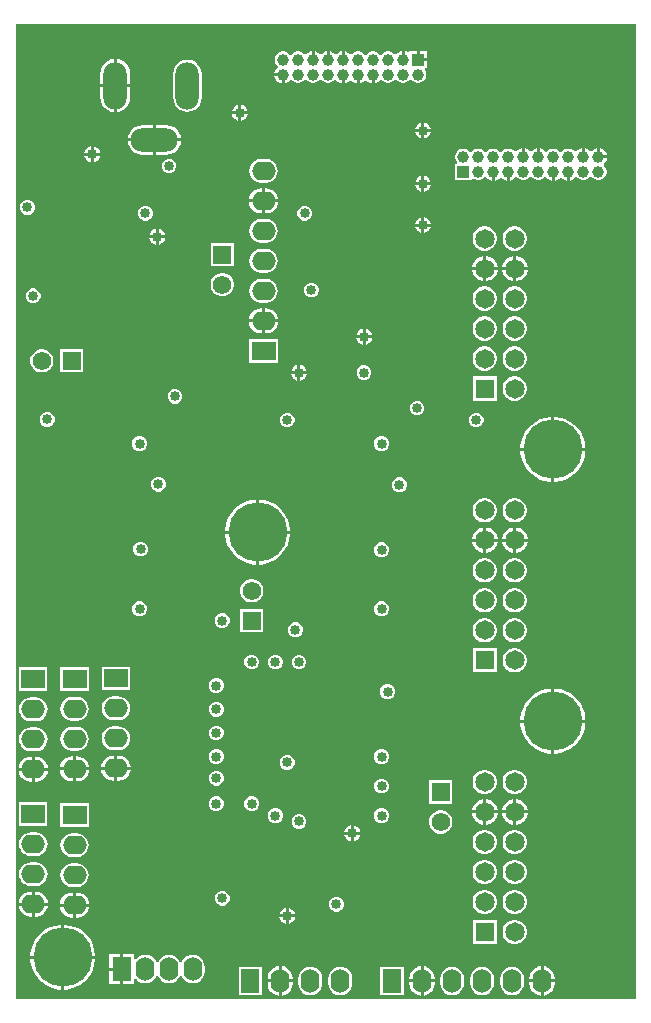
<source format=gbr>
%TF.GenerationSoftware,Altium Limited,Altium Designer,21.2.1 (34)*%
G04 Layer_Physical_Order=3*
G04 Layer_Color=6049555*
%FSLAX45Y45*%
%MOMM*%
%TF.SameCoordinates,53973CC1-9108-4EA7-9D5E-FD48CC852793*%
%TF.FilePolarity,Positive*%
%TF.FileFunction,Copper,L3,Inr,Signal*%
%TF.Part,Single*%
G01*
G75*
%TA.AperFunction,ComponentPad*%
%ADD32C,0.98500*%
%ADD33R,0.98500X0.98500*%
%ADD34R,2.00000X1.60000*%
%ADD35O,2.00000X1.60000*%
%ADD36O,1.60000X2.00000*%
%ADD37R,1.60000X2.00000*%
%ADD38O,4.00000X2.00000*%
%ADD39O,2.00000X4.00000*%
%ADD40R,1.57000X1.57000*%
%ADD41C,1.57000*%
%ADD42R,1.65000X1.65000*%
%ADD43C,1.65000*%
%ADD44R,1.57000X1.57000*%
%TA.AperFunction,ViaPad*%
%ADD45C,5.00000*%
%ADD46C,0.85000*%
G36*
X5250000Y0D02*
X0D01*
X0Y8250000D01*
X5250000D01*
X5250000Y0D01*
D02*
G37*
%LPC*%
G36*
X3395299Y8024650D02*
X3333350D01*
Y8020520D01*
X3320650Y8013306D01*
X3309814Y8019563D01*
X3293699Y8023881D01*
Y7950000D01*
X3268299D01*
Y8023880D01*
X3252186Y8019563D01*
X3235164Y8009735D01*
X3221835Y7996406D01*
X3220217Y7995318D01*
X3206416Y7995518D01*
X3196520Y8005414D01*
X3180729Y8014531D01*
X3163117Y8019250D01*
X3144883D01*
X3127271Y8014531D01*
X3111480Y8005414D01*
X3098586Y7992520D01*
X3096850Y7989513D01*
X3084150D01*
X3082414Y7992520D01*
X3069520Y8005414D01*
X3053729Y8014531D01*
X3036117Y8019250D01*
X3017883D01*
X3000271Y8014531D01*
X2984480Y8005414D01*
X2971586Y7992520D01*
X2969850Y7989513D01*
X2957150D01*
X2955414Y7992520D01*
X2942520Y8005414D01*
X2926729Y8014531D01*
X2909117Y8019250D01*
X2890883D01*
X2873271Y8014531D01*
X2857480Y8005414D01*
X2847584Y7995518D01*
X2833784Y7995318D01*
X2832165Y7996406D01*
X2818836Y8009735D01*
X2801814Y8019563D01*
X2785699Y8023881D01*
Y7950000D01*
X2760299D01*
Y8023880D01*
X2744186Y8019563D01*
X2727164Y8009735D01*
X2717788Y8000359D01*
X2709500Y7997249D01*
X2701212Y8000359D01*
X2691836Y8009735D01*
X2674814Y8019563D01*
X2658699Y8023881D01*
Y7950000D01*
X2633299D01*
Y8023880D01*
X2617186Y8019563D01*
X2600164Y8009735D01*
X2590788Y8000359D01*
X2582500Y7997249D01*
X2574212Y8000359D01*
X2564836Y8009735D01*
X2547814Y8019563D01*
X2531699Y8023881D01*
Y7950000D01*
X2506299D01*
Y8023880D01*
X2490186Y8019563D01*
X2473164Y8009735D01*
X2459835Y7996406D01*
X2458217Y7995318D01*
X2444416Y7995518D01*
X2434520Y8005414D01*
X2418729Y8014531D01*
X2401117Y8019250D01*
X2382883D01*
X2365271Y8014531D01*
X2349480Y8005414D01*
X2336586Y7992520D01*
X2334850Y7989513D01*
X2322150D01*
X2320414Y7992520D01*
X2307520Y8005414D01*
X2291729Y8014531D01*
X2274117Y8019250D01*
X2255883D01*
X2238271Y8014531D01*
X2222480Y8005414D01*
X2209586Y7992520D01*
X2200469Y7976730D01*
X2195750Y7959117D01*
Y7940883D01*
X2200469Y7923271D01*
X2209586Y7907480D01*
X2219482Y7897584D01*
X2219683Y7883784D01*
X2218594Y7882165D01*
X2205265Y7868836D01*
X2195438Y7851814D01*
X2191120Y7835700D01*
X2264999D01*
Y7823000D01*
X2277699D01*
Y7749120D01*
X2293814Y7753438D01*
X2310836Y7763265D01*
X2324165Y7776594D01*
X2325784Y7777683D01*
X2339584Y7777483D01*
X2349480Y7767586D01*
X2365271Y7758469D01*
X2382883Y7753750D01*
X2401117D01*
X2418729Y7758469D01*
X2434520Y7767586D01*
X2447414Y7780480D01*
X2449150Y7783487D01*
X2461850D01*
X2463586Y7780480D01*
X2476480Y7767586D01*
X2492271Y7758469D01*
X2509883Y7753750D01*
X2528117D01*
X2545729Y7758469D01*
X2561520Y7767586D01*
X2574414Y7780480D01*
X2576150Y7783487D01*
X2588850D01*
X2590586Y7780480D01*
X2603480Y7767586D01*
X2619271Y7758469D01*
X2636883Y7753750D01*
X2655117D01*
X2672729Y7758469D01*
X2688520Y7767586D01*
X2698416Y7777483D01*
X2712217Y7777683D01*
X2713835Y7776594D01*
X2727164Y7763265D01*
X2744186Y7753438D01*
X2760299Y7749120D01*
Y7823000D01*
X2785699D01*
Y7749120D01*
X2801814Y7753438D01*
X2818836Y7763265D01*
X2828212Y7772641D01*
X2836500Y7775751D01*
X2844788Y7772641D01*
X2854164Y7763265D01*
X2871186Y7753438D01*
X2887299Y7749120D01*
Y7823000D01*
X2912699D01*
Y7749120D01*
X2928814Y7753438D01*
X2945836Y7763265D01*
X2955212Y7772641D01*
X2963500Y7775751D01*
X2971788Y7772641D01*
X2981164Y7763265D01*
X2998186Y7753438D01*
X3014299Y7749120D01*
Y7823000D01*
X3039699D01*
Y7749120D01*
X3055814Y7753438D01*
X3072836Y7763265D01*
X3086165Y7776594D01*
X3087784Y7777683D01*
X3101584Y7777483D01*
X3111480Y7767586D01*
X3127271Y7758469D01*
X3144883Y7753750D01*
X3163117D01*
X3180729Y7758469D01*
X3196520Y7767586D01*
X3209414Y7780480D01*
X3211150Y7783487D01*
X3223850D01*
X3225586Y7780480D01*
X3238480Y7767586D01*
X3254271Y7758469D01*
X3271883Y7753750D01*
X3290117D01*
X3307729Y7758469D01*
X3323520Y7767586D01*
X3336414Y7780480D01*
X3338150Y7783487D01*
X3350850D01*
X3352586Y7780480D01*
X3365480Y7767586D01*
X3381271Y7758469D01*
X3398883Y7753750D01*
X3417117D01*
X3434729Y7758469D01*
X3450520Y7767586D01*
X3463414Y7780480D01*
X3472531Y7796271D01*
X3477250Y7813883D01*
Y7832117D01*
X3472531Y7849730D01*
X3465071Y7862650D01*
X3469877Y7875350D01*
X3482650D01*
Y7937300D01*
X3407999D01*
Y7950000D01*
X3395299D01*
Y8024650D01*
D02*
G37*
G36*
X3482650D02*
X3420699D01*
Y7962700D01*
X3482650D01*
Y8024650D01*
D02*
G37*
G36*
X2252299Y7810300D02*
X2191120D01*
X2195438Y7794186D01*
X2205265Y7777164D01*
X2219164Y7763265D01*
X2236186Y7753438D01*
X2252299Y7749120D01*
Y7810300D01*
D02*
G37*
G36*
X857701Y7954810D02*
Y7742700D01*
X971482D01*
Y7830000D01*
X967172Y7862736D01*
X954537Y7893241D01*
X934437Y7919436D01*
X908241Y7939537D01*
X877736Y7952172D01*
X857701Y7954810D01*
D02*
G37*
G36*
X832301D02*
X812264Y7952172D01*
X781759Y7939537D01*
X755564Y7919436D01*
X735463Y7893241D01*
X722828Y7862736D01*
X718518Y7830000D01*
Y7742700D01*
X832301D01*
Y7954810D01*
D02*
G37*
G36*
X1912700Y7566892D02*
Y7512700D01*
X1966892D01*
X1963273Y7526208D01*
X1954334Y7541692D01*
X1941692Y7554334D01*
X1926208Y7563273D01*
X1912700Y7566892D01*
D02*
G37*
G36*
X1887300D02*
X1873792Y7563273D01*
X1858308Y7554334D01*
X1845666Y7541692D01*
X1836727Y7526208D01*
X1833108Y7512700D01*
X1887300D01*
Y7566892D01*
D02*
G37*
G36*
X1455000Y7951035D02*
X1423674Y7946911D01*
X1394482Y7934820D01*
X1369415Y7915585D01*
X1350180Y7890518D01*
X1338089Y7861326D01*
X1333965Y7830000D01*
Y7630000D01*
X1338089Y7598674D01*
X1350180Y7569482D01*
X1369415Y7544415D01*
X1394482Y7525180D01*
X1423674Y7513089D01*
X1455000Y7508965D01*
X1486326Y7513089D01*
X1515518Y7525180D01*
X1540585Y7544415D01*
X1559820Y7569482D01*
X1571912Y7598674D01*
X1576036Y7630000D01*
Y7830000D01*
X1571912Y7861326D01*
X1559820Y7890518D01*
X1540585Y7915585D01*
X1515518Y7934820D01*
X1486326Y7946911D01*
X1455000Y7951035D01*
D02*
G37*
G36*
X971482Y7717300D02*
X857701D01*
Y7505190D01*
X877736Y7507828D01*
X908241Y7520463D01*
X934437Y7540564D01*
X954537Y7566759D01*
X967172Y7597264D01*
X971482Y7630000D01*
Y7717300D01*
D02*
G37*
G36*
X832301D02*
X718518D01*
Y7630000D01*
X722828Y7597264D01*
X735463Y7566759D01*
X755564Y7540564D01*
X781759Y7520463D01*
X812264Y7507828D01*
X832301Y7505190D01*
Y7717300D01*
D02*
G37*
G36*
X1966892Y7487300D02*
X1912700D01*
Y7433108D01*
X1926208Y7436727D01*
X1941692Y7445666D01*
X1954334Y7458308D01*
X1963273Y7473792D01*
X1966892Y7487300D01*
D02*
G37*
G36*
X1887300D02*
X1833108D01*
X1836727Y7473792D01*
X1845666Y7458308D01*
X1858308Y7445666D01*
X1873792Y7436727D01*
X1887300Y7433108D01*
Y7487300D01*
D02*
G37*
G36*
X3462700Y7416892D02*
Y7362700D01*
X3516892D01*
X3513273Y7376209D01*
X3504334Y7391692D01*
X3491692Y7404334D01*
X3476208Y7413273D01*
X3462700Y7416892D01*
D02*
G37*
G36*
X3437300D02*
X3423791Y7413273D01*
X3408308Y7404334D01*
X3395666Y7391692D01*
X3386727Y7376209D01*
X3383108Y7362700D01*
X3437300D01*
Y7416892D01*
D02*
G37*
G36*
X3516892Y7337300D02*
X3462700D01*
Y7283108D01*
X3476208Y7286727D01*
X3491692Y7295666D01*
X3504334Y7308308D01*
X3513273Y7323792D01*
X3516892Y7337300D01*
D02*
G37*
G36*
X3437300D02*
X3383108D01*
X3386727Y7323792D01*
X3395666Y7308308D01*
X3408308Y7295666D01*
X3423791Y7286727D01*
X3437300Y7283108D01*
Y7337300D01*
D02*
G37*
G36*
X1275000Y7396482D02*
X1187700D01*
Y7282700D01*
X1399810D01*
X1397172Y7302736D01*
X1384537Y7333241D01*
X1364436Y7359436D01*
X1338241Y7379537D01*
X1307736Y7392172D01*
X1275000Y7396482D01*
D02*
G37*
G36*
X1162300D02*
X1075000D01*
X1042264Y7392172D01*
X1011759Y7379537D01*
X985564Y7359436D01*
X965464Y7333241D01*
X952828Y7302736D01*
X950190Y7282700D01*
X1162300D01*
Y7396482D01*
D02*
G37*
G36*
X4922300Y7200880D02*
X4906186Y7196562D01*
X4889164Y7186735D01*
X4879788Y7177359D01*
X4871500Y7174249D01*
X4863212Y7177359D01*
X4853836Y7186735D01*
X4836814Y7196562D01*
X4820700Y7200880D01*
Y7127000D01*
X4795300D01*
Y7200880D01*
X4779186Y7196562D01*
X4762164Y7186735D01*
X4748835Y7173406D01*
X4747217Y7172317D01*
X4733416Y7172518D01*
X4723520Y7182414D01*
X4707729Y7191531D01*
X4690117Y7196250D01*
X4671883D01*
X4654271Y7191531D01*
X4638480Y7182414D01*
X4625586Y7169520D01*
X4623850Y7166513D01*
X4611150D01*
X4609414Y7169520D01*
X4596520Y7182414D01*
X4580729Y7191531D01*
X4563117Y7196250D01*
X4544883D01*
X4527271Y7191531D01*
X4511480Y7182414D01*
X4501584Y7172518D01*
X4487784Y7172317D01*
X4486165Y7173406D01*
X4472836Y7186735D01*
X4455814Y7196562D01*
X4439700Y7200880D01*
Y7127000D01*
X4414300D01*
Y7200880D01*
X4398186Y7196562D01*
X4381164Y7186735D01*
X4371788Y7177359D01*
X4363500Y7174249D01*
X4355212Y7177359D01*
X4345836Y7186735D01*
X4328814Y7196562D01*
X4312700Y7200880D01*
Y7127000D01*
X4287300D01*
Y7200880D01*
X4271186Y7196562D01*
X4254164Y7186735D01*
X4240835Y7173406D01*
X4239217Y7172317D01*
X4225416Y7172518D01*
X4215520Y7182414D01*
X4199729Y7191531D01*
X4182117Y7196250D01*
X4163883D01*
X4146271Y7191531D01*
X4130480Y7182414D01*
X4117586Y7169520D01*
X4115850Y7166513D01*
X4103150D01*
X4101414Y7169520D01*
X4088520Y7182414D01*
X4072729Y7191531D01*
X4055117Y7196250D01*
X4036883D01*
X4019271Y7191531D01*
X4003480Y7182414D01*
X3990586Y7169520D01*
X3988850Y7166513D01*
X3976150D01*
X3974414Y7169520D01*
X3961520Y7182414D01*
X3945729Y7191531D01*
X3928117Y7196250D01*
X3909883D01*
X3892271Y7191531D01*
X3876480Y7182414D01*
X3863586Y7169520D01*
X3861850Y7166513D01*
X3849150D01*
X3847414Y7169520D01*
X3834520Y7182414D01*
X3818729Y7191531D01*
X3801117Y7196250D01*
X3782883D01*
X3765271Y7191531D01*
X3749480Y7182414D01*
X3736586Y7169520D01*
X3727469Y7153729D01*
X3722750Y7136117D01*
Y7117883D01*
X3727469Y7100271D01*
X3736586Y7084480D01*
X3739116Y7081950D01*
X3733856Y7069250D01*
X3722750D01*
Y6930750D01*
X3861250D01*
Y6941856D01*
X3873950Y6947116D01*
X3876480Y6944586D01*
X3892271Y6935469D01*
X3909883Y6930750D01*
X3928117D01*
X3945729Y6935469D01*
X3961520Y6944586D01*
X3971416Y6954482D01*
X3985217Y6954683D01*
X3986835Y6953594D01*
X4000164Y6940265D01*
X4017186Y6930437D01*
X4033300Y6926120D01*
Y7000000D01*
X4058700D01*
Y6926120D01*
X4074814Y6930437D01*
X4091836Y6940265D01*
X4101212Y6949641D01*
X4109500Y6952751D01*
X4117788Y6949641D01*
X4127164Y6940265D01*
X4144186Y6930437D01*
X4160300Y6926120D01*
Y7000000D01*
X4185700D01*
Y6926120D01*
X4201814Y6930437D01*
X4218836Y6940265D01*
X4232165Y6953594D01*
X4233784Y6954683D01*
X4247584Y6954482D01*
X4257480Y6944586D01*
X4273271Y6935469D01*
X4290883Y6930750D01*
X4309117D01*
X4326729Y6935469D01*
X4342520Y6944586D01*
X4355414Y6957480D01*
X4357150Y6960487D01*
X4369850D01*
X4371586Y6957480D01*
X4384480Y6944586D01*
X4400271Y6935469D01*
X4417883Y6930750D01*
X4436117D01*
X4453729Y6935469D01*
X4469520Y6944586D01*
X4479416Y6954482D01*
X4493217Y6954683D01*
X4494835Y6953594D01*
X4508164Y6940265D01*
X4525186Y6930437D01*
X4541300Y6926120D01*
Y7000000D01*
X4566700D01*
Y6926120D01*
X4582814Y6930437D01*
X4599836Y6940265D01*
X4609212Y6949641D01*
X4617500Y6952751D01*
X4625788Y6949641D01*
X4635164Y6940265D01*
X4652186Y6930437D01*
X4668300Y6926120D01*
Y7000000D01*
X4693700D01*
Y6926120D01*
X4709814Y6930437D01*
X4726836Y6940265D01*
X4740165Y6953594D01*
X4741784Y6954683D01*
X4755584Y6954482D01*
X4765480Y6944586D01*
X4781271Y6935469D01*
X4798883Y6930750D01*
X4817117D01*
X4834729Y6935469D01*
X4850520Y6944586D01*
X4863414Y6957480D01*
X4865150Y6960487D01*
X4877850D01*
X4879586Y6957480D01*
X4892480Y6944586D01*
X4908271Y6935469D01*
X4925883Y6930750D01*
X4944117D01*
X4961729Y6935469D01*
X4977520Y6944586D01*
X4990414Y6957480D01*
X4999531Y6973271D01*
X5004250Y6990883D01*
Y7009117D01*
X4999531Y7026729D01*
X4990414Y7042520D01*
X4980518Y7052416D01*
X4980317Y7066217D01*
X4981406Y7067835D01*
X4994735Y7081164D01*
X5004563Y7098186D01*
X5008880Y7114300D01*
X4935000D01*
Y7127000D01*
X4922300D01*
Y7200880D01*
D02*
G37*
G36*
X662700Y7216893D02*
Y7162700D01*
X716892D01*
X713273Y7176209D01*
X704333Y7191692D01*
X691691Y7204334D01*
X676208Y7213273D01*
X662700Y7216893D01*
D02*
G37*
G36*
X637300D02*
X623791Y7213273D01*
X608308Y7204334D01*
X595666Y7191692D01*
X586727Y7176209D01*
X583107Y7162700D01*
X637300D01*
Y7216893D01*
D02*
G37*
G36*
X1399810Y7257300D02*
X1187700D01*
Y7143518D01*
X1275000D01*
X1307736Y7147828D01*
X1338241Y7160463D01*
X1364436Y7180563D01*
X1384537Y7206759D01*
X1397172Y7237264D01*
X1399810Y7257300D01*
D02*
G37*
G36*
X1162300D02*
X950190D01*
X952828Y7237264D01*
X965464Y7206759D01*
X985564Y7180563D01*
X1011759Y7160463D01*
X1042264Y7147828D01*
X1075000Y7143518D01*
X1162300D01*
Y7257300D01*
D02*
G37*
G36*
X4947700Y7200880D02*
Y7139700D01*
X5008880D01*
X5004563Y7155814D01*
X4994735Y7172836D01*
X4980836Y7186735D01*
X4963814Y7196562D01*
X4947700Y7200880D01*
D02*
G37*
G36*
X716892Y7137300D02*
X662700D01*
Y7083108D01*
X676208Y7086727D01*
X691691Y7095667D01*
X704333Y7108309D01*
X713273Y7123792D01*
X716892Y7137300D01*
D02*
G37*
G36*
X637300D02*
X583107D01*
X586727Y7123792D01*
X595666Y7108309D01*
X608308Y7095667D01*
X623791Y7086727D01*
X637300Y7083108D01*
Y7137300D01*
D02*
G37*
G36*
X1312432Y7112500D02*
X1287568D01*
X1264596Y7102985D01*
X1247015Y7085404D01*
X1237500Y7062432D01*
Y7037568D01*
X1247015Y7014597D01*
X1264596Y6997015D01*
X1287568Y6987500D01*
X1312432D01*
X1335403Y6997015D01*
X1352985Y7014597D01*
X1362500Y7037568D01*
Y7062432D01*
X1352985Y7085404D01*
X1335403Y7102985D01*
X1312432Y7112500D01*
D02*
G37*
G36*
X3462700Y6966892D02*
Y6912700D01*
X3516892D01*
X3513273Y6926208D01*
X3504334Y6941691D01*
X3491692Y6954334D01*
X3476208Y6963273D01*
X3462700Y6966892D01*
D02*
G37*
G36*
X3437300D02*
X3423791Y6963273D01*
X3408308Y6954334D01*
X3395666Y6941691D01*
X3386727Y6926208D01*
X3383108Y6912700D01*
X3437300D01*
Y6966892D01*
D02*
G37*
G36*
X2120000Y7108863D02*
X2079999D01*
X2053894Y7105426D01*
X2029568Y7095350D01*
X2008679Y7079321D01*
X1992650Y7058431D01*
X1982574Y7034105D01*
X1979137Y7008000D01*
X1982574Y6981895D01*
X1992650Y6957569D01*
X2008679Y6936679D01*
X2029568Y6920650D01*
X2053894Y6910574D01*
X2079999Y6907137D01*
X2120000D01*
X2146105Y6910574D01*
X2170431Y6920650D01*
X2191320Y6936679D01*
X2207349Y6957569D01*
X2217426Y6981895D01*
X2220862Y7008000D01*
X2217426Y7034105D01*
X2207349Y7058431D01*
X2191320Y7079321D01*
X2170431Y7095350D01*
X2146105Y7105426D01*
X2120000Y7108863D01*
D02*
G37*
G36*
X3516892Y6887300D02*
X3462700D01*
Y6833107D01*
X3476208Y6836727D01*
X3491692Y6845666D01*
X3504334Y6858308D01*
X3513273Y6873791D01*
X3516892Y6887300D01*
D02*
G37*
G36*
X3437300D02*
X3383108D01*
X3386727Y6873791D01*
X3395666Y6858308D01*
X3408308Y6845666D01*
X3423791Y6836727D01*
X3437300Y6833107D01*
Y6887300D01*
D02*
G37*
G36*
X2120000Y6860309D02*
X2112699D01*
Y6766700D01*
X2224637D01*
X2222687Y6781515D01*
X2212066Y6807155D01*
X2195172Y6829172D01*
X2173155Y6846067D01*
X2147515Y6856687D01*
X2120000Y6860309D01*
D02*
G37*
G36*
X2087299D02*
X2079999D01*
X2052485Y6856687D01*
X2026845Y6846067D01*
X2004827Y6829172D01*
X1987933Y6807155D01*
X1977312Y6781515D01*
X1975362Y6766700D01*
X2087299D01*
Y6860309D01*
D02*
G37*
G36*
X2224637Y6741300D02*
X2112699D01*
Y6647691D01*
X2120000D01*
X2147515Y6651313D01*
X2173155Y6661933D01*
X2195172Y6678828D01*
X2212066Y6700845D01*
X2222687Y6726485D01*
X2224637Y6741300D01*
D02*
G37*
G36*
X2087299D02*
X1975362D01*
X1977312Y6726485D01*
X1987933Y6700845D01*
X2004827Y6678828D01*
X2026845Y6661933D01*
X2052485Y6651313D01*
X2079999Y6647691D01*
X2087299D01*
Y6741300D01*
D02*
G37*
G36*
X112432Y6762500D02*
X87568D01*
X64596Y6752985D01*
X47015Y6735404D01*
X37500Y6712432D01*
Y6687568D01*
X47015Y6664597D01*
X64596Y6647015D01*
X87568Y6637500D01*
X112432D01*
X135403Y6647015D01*
X152985Y6664597D01*
X162500Y6687568D01*
Y6712432D01*
X152985Y6735404D01*
X135403Y6752985D01*
X112432Y6762500D01*
D02*
G37*
G36*
X2462432Y6712500D02*
X2437568D01*
X2414596Y6702985D01*
X2397015Y6685403D01*
X2387500Y6662432D01*
Y6637568D01*
X2397015Y6614596D01*
X2414596Y6597015D01*
X2437568Y6587500D01*
X2462432D01*
X2485403Y6597015D01*
X2502985Y6614596D01*
X2512500Y6637568D01*
Y6662432D01*
X2502985Y6685403D01*
X2485403Y6702985D01*
X2462432Y6712500D01*
D02*
G37*
G36*
X1112432D02*
X1087568D01*
X1064597Y6702985D01*
X1047015Y6685403D01*
X1037500Y6662432D01*
Y6637568D01*
X1047015Y6614596D01*
X1064597Y6597015D01*
X1087568Y6587500D01*
X1112432D01*
X1135404Y6597015D01*
X1152985Y6614596D01*
X1162500Y6637568D01*
Y6662432D01*
X1152985Y6685403D01*
X1135404Y6702985D01*
X1112432Y6712500D01*
D02*
G37*
G36*
X3462700Y6616893D02*
Y6562700D01*
X3516892D01*
X3513273Y6576209D01*
X3504334Y6591692D01*
X3491692Y6604334D01*
X3476208Y6613273D01*
X3462700Y6616893D01*
D02*
G37*
G36*
X3437300D02*
X3423791Y6613273D01*
X3408308Y6604334D01*
X3395666Y6591692D01*
X3386727Y6576209D01*
X3383108Y6562700D01*
X3437300D01*
Y6616893D01*
D02*
G37*
G36*
X3516892Y6537300D02*
X3462700D01*
Y6483108D01*
X3476208Y6486727D01*
X3491692Y6495666D01*
X3504334Y6508309D01*
X3513273Y6523792D01*
X3516892Y6537300D01*
D02*
G37*
G36*
X3437300D02*
X3383108D01*
X3386727Y6523792D01*
X3395666Y6508309D01*
X3408308Y6495666D01*
X3423791Y6486727D01*
X3437300Y6483108D01*
Y6537300D01*
D02*
G37*
G36*
X1212700Y6516892D02*
Y6462700D01*
X1266892D01*
X1263273Y6476209D01*
X1254334Y6491692D01*
X1241691Y6504334D01*
X1226208Y6513273D01*
X1212700Y6516892D01*
D02*
G37*
G36*
X1187300D02*
X1173791Y6513273D01*
X1158308Y6504334D01*
X1145666Y6491692D01*
X1136727Y6476209D01*
X1133107Y6462700D01*
X1187300D01*
Y6516892D01*
D02*
G37*
G36*
X2120000Y6600863D02*
X2079999D01*
X2053894Y6597426D01*
X2029568Y6587350D01*
X2008679Y6571321D01*
X1992650Y6550431D01*
X1982574Y6526105D01*
X1979137Y6500000D01*
X1982574Y6473895D01*
X1992650Y6449569D01*
X2008679Y6428679D01*
X2029568Y6412650D01*
X2053894Y6402574D01*
X2079999Y6399137D01*
X2120000D01*
X2146105Y6402574D01*
X2170431Y6412650D01*
X2191320Y6428679D01*
X2207349Y6449569D01*
X2217426Y6473895D01*
X2220862Y6500000D01*
X2217426Y6526105D01*
X2207349Y6550431D01*
X2191320Y6571321D01*
X2170431Y6587350D01*
X2146105Y6597426D01*
X2120000Y6600863D01*
D02*
G37*
G36*
X1266892Y6437300D02*
X1212700D01*
Y6383108D01*
X1226208Y6386727D01*
X1241691Y6395666D01*
X1254334Y6408308D01*
X1263273Y6423792D01*
X1266892Y6437300D01*
D02*
G37*
G36*
X1187300D02*
X1133107D01*
X1136727Y6423792D01*
X1145666Y6408308D01*
X1158308Y6395666D01*
X1173791Y6386727D01*
X1187300Y6383108D01*
Y6437300D01*
D02*
G37*
G36*
X4240494Y6537500D02*
X4213506D01*
X4187436Y6530515D01*
X4164064Y6517020D01*
X4144980Y6497936D01*
X4131485Y6474564D01*
X4124500Y6448494D01*
Y6421506D01*
X4131485Y6395437D01*
X4144980Y6372064D01*
X4164064Y6352980D01*
X4187436Y6339485D01*
X4213506Y6332500D01*
X4240494D01*
X4266563Y6339485D01*
X4289936Y6352980D01*
X4309020Y6372064D01*
X4322515Y6395437D01*
X4329500Y6421506D01*
Y6448494D01*
X4322515Y6474564D01*
X4309020Y6497936D01*
X4289936Y6517020D01*
X4266563Y6530515D01*
X4240494Y6537500D01*
D02*
G37*
G36*
X3986494D02*
X3959506D01*
X3933436Y6530515D01*
X3910064Y6517020D01*
X3890980Y6497936D01*
X3877485Y6474564D01*
X3870500Y6448494D01*
Y6421506D01*
X3877485Y6395437D01*
X3890980Y6372064D01*
X3910064Y6352980D01*
X3933436Y6339485D01*
X3959506Y6332500D01*
X3986494D01*
X4012563Y6339485D01*
X4035936Y6352980D01*
X4055020Y6372064D01*
X4068515Y6395437D01*
X4075500Y6421506D01*
Y6448494D01*
X4068515Y6474564D01*
X4055020Y6497936D01*
X4035936Y6517020D01*
X4012563Y6530515D01*
X3986494Y6537500D01*
D02*
G37*
G36*
X1848500Y6398500D02*
X1651500D01*
Y6201500D01*
X1848500D01*
Y6398500D01*
D02*
G37*
G36*
X4241205Y6288900D02*
X4239700D01*
Y6193699D01*
X4334900D01*
Y6195205D01*
X4327547Y6222648D01*
X4313341Y6247252D01*
X4293252Y6267342D01*
X4268648Y6281547D01*
X4241205Y6288900D01*
D02*
G37*
G36*
X3987205D02*
X3985700D01*
Y6193699D01*
X4080900D01*
Y6195205D01*
X4073547Y6222648D01*
X4059341Y6247252D01*
X4039252Y6267342D01*
X4014648Y6281547D01*
X3987205Y6288900D01*
D02*
G37*
G36*
X4214300D02*
X4212795D01*
X4185352Y6281547D01*
X4160748Y6267342D01*
X4140658Y6247252D01*
X4126453Y6222648D01*
X4119100Y6195205D01*
Y6193699D01*
X4214300D01*
Y6288900D01*
D02*
G37*
G36*
X3960300D02*
X3958795D01*
X3931352Y6281547D01*
X3906748Y6267342D01*
X3886658Y6247252D01*
X3872453Y6222648D01*
X3865100Y6195205D01*
Y6193699D01*
X3960300D01*
Y6288900D01*
D02*
G37*
G36*
X2120000Y6346863D02*
X2079999D01*
X2053894Y6343426D01*
X2029568Y6333350D01*
X2008679Y6317321D01*
X1992650Y6296431D01*
X1982574Y6272105D01*
X1979137Y6246000D01*
X1982574Y6219895D01*
X1992650Y6195569D01*
X2008679Y6174679D01*
X2029568Y6158650D01*
X2053894Y6148574D01*
X2079999Y6145137D01*
X2120000D01*
X2146105Y6148574D01*
X2170431Y6158650D01*
X2191320Y6174679D01*
X2207349Y6195569D01*
X2217426Y6219895D01*
X2220862Y6246000D01*
X2217426Y6272105D01*
X2207349Y6296431D01*
X2191320Y6317321D01*
X2170431Y6333350D01*
X2146105Y6343426D01*
X2120000Y6346863D01*
D02*
G37*
G36*
X4334900Y6168299D02*
X4239700D01*
Y6073100D01*
X4241205D01*
X4268648Y6080453D01*
X4293252Y6094659D01*
X4313341Y6114748D01*
X4327547Y6139352D01*
X4334900Y6166795D01*
Y6168299D01*
D02*
G37*
G36*
X4214300D02*
X4119100D01*
Y6166795D01*
X4126453Y6139352D01*
X4140658Y6114748D01*
X4160748Y6094659D01*
X4185352Y6080453D01*
X4212795Y6073100D01*
X4214300D01*
Y6168299D01*
D02*
G37*
G36*
X4080900D02*
X3985700D01*
Y6073100D01*
X3987205D01*
X4014648Y6080453D01*
X4039252Y6094659D01*
X4059341Y6114748D01*
X4073547Y6139352D01*
X4080900Y6166795D01*
Y6168299D01*
D02*
G37*
G36*
X3960300D02*
X3865100D01*
Y6166795D01*
X3872453Y6139352D01*
X3886658Y6114748D01*
X3906748Y6094659D01*
X3931352Y6080453D01*
X3958795Y6073100D01*
X3960300D01*
Y6168299D01*
D02*
G37*
G36*
X1762968Y6144500D02*
X1737032D01*
X1711981Y6137787D01*
X1689520Y6124820D01*
X1671181Y6106481D01*
X1658213Y6084020D01*
X1651500Y6058968D01*
Y6033032D01*
X1658213Y6007981D01*
X1671181Y5985520D01*
X1689520Y5967181D01*
X1711981Y5954213D01*
X1737032Y5947500D01*
X1762968D01*
X1788020Y5954213D01*
X1810481Y5967181D01*
X1828820Y5985520D01*
X1841787Y6007981D01*
X1848500Y6033032D01*
Y6058968D01*
X1841787Y6084020D01*
X1828820Y6106481D01*
X1810481Y6124820D01*
X1788020Y6137787D01*
X1762968Y6144500D01*
D02*
G37*
G36*
X2517059Y6062500D02*
X2492195D01*
X2469224Y6052985D01*
X2451643Y6035403D01*
X2442127Y6012432D01*
Y5987568D01*
X2451643Y5964596D01*
X2469224Y5947015D01*
X2492195Y5937500D01*
X2517059D01*
X2540031Y5947015D01*
X2557612Y5964596D01*
X2567127Y5987568D01*
Y6012432D01*
X2557612Y6035403D01*
X2540031Y6052985D01*
X2517059Y6062500D01*
D02*
G37*
G36*
X2120000Y6092863D02*
X2079999D01*
X2053894Y6089426D01*
X2029568Y6079350D01*
X2008679Y6063321D01*
X1992650Y6042431D01*
X1982574Y6018105D01*
X1979137Y5992000D01*
X1982574Y5965895D01*
X1992650Y5941569D01*
X2008679Y5920679D01*
X2029568Y5904650D01*
X2053894Y5894574D01*
X2079999Y5891137D01*
X2120000D01*
X2146105Y5894574D01*
X2170431Y5904650D01*
X2191320Y5920679D01*
X2207349Y5941569D01*
X2217426Y5965895D01*
X2220862Y5992000D01*
X2217426Y6018105D01*
X2207349Y6042431D01*
X2191320Y6063321D01*
X2170431Y6079350D01*
X2146105Y6089426D01*
X2120000Y6092863D01*
D02*
G37*
G36*
X162432Y6012500D02*
X137568D01*
X114596Y6002985D01*
X97015Y5985404D01*
X87500Y5962432D01*
Y5937568D01*
X97015Y5914597D01*
X114596Y5897015D01*
X137568Y5887500D01*
X162432D01*
X185403Y5897015D01*
X202985Y5914597D01*
X212500Y5937568D01*
Y5962432D01*
X202985Y5985404D01*
X185403Y6002985D01*
X162432Y6012500D01*
D02*
G37*
G36*
X4240494Y6029500D02*
X4213506D01*
X4187436Y6022515D01*
X4164064Y6009020D01*
X4144980Y5989936D01*
X4131485Y5966564D01*
X4124500Y5940494D01*
Y5913506D01*
X4131485Y5887437D01*
X4144980Y5864064D01*
X4164064Y5844980D01*
X4187436Y5831485D01*
X4213506Y5824500D01*
X4240494D01*
X4266563Y5831485D01*
X4289936Y5844980D01*
X4309020Y5864064D01*
X4322515Y5887437D01*
X4329500Y5913506D01*
Y5940494D01*
X4322515Y5966564D01*
X4309020Y5989936D01*
X4289936Y6009020D01*
X4266563Y6022515D01*
X4240494Y6029500D01*
D02*
G37*
G36*
X3986494D02*
X3959506D01*
X3933436Y6022515D01*
X3910064Y6009020D01*
X3890980Y5989936D01*
X3877485Y5966564D01*
X3870500Y5940494D01*
Y5913506D01*
X3877485Y5887437D01*
X3890980Y5864064D01*
X3910064Y5844980D01*
X3933436Y5831485D01*
X3959506Y5824500D01*
X3986494D01*
X4012563Y5831485D01*
X4035936Y5844980D01*
X4055020Y5864064D01*
X4068515Y5887437D01*
X4075500Y5913506D01*
Y5940494D01*
X4068515Y5966564D01*
X4055020Y5989936D01*
X4035936Y6009020D01*
X4012563Y6022515D01*
X3986494Y6029500D01*
D02*
G37*
G36*
X2120000Y5844309D02*
X2112699D01*
Y5750700D01*
X2224637D01*
X2222687Y5765515D01*
X2212066Y5791155D01*
X2195172Y5813172D01*
X2173155Y5830067D01*
X2147515Y5840687D01*
X2120000Y5844309D01*
D02*
G37*
G36*
X2087299D02*
X2079999D01*
X2052485Y5840687D01*
X2026845Y5830067D01*
X2004827Y5813172D01*
X1987933Y5791155D01*
X1977312Y5765515D01*
X1975362Y5750700D01*
X2087299D01*
Y5844309D01*
D02*
G37*
G36*
X2224637Y5725300D02*
X2112699D01*
Y5631691D01*
X2120000D01*
X2147515Y5635313D01*
X2173155Y5645933D01*
X2195172Y5662828D01*
X2212066Y5684845D01*
X2222687Y5710485D01*
X2224637Y5725300D01*
D02*
G37*
G36*
X2087299D02*
X1975362D01*
X1977312Y5710485D01*
X1987933Y5684845D01*
X2004827Y5662828D01*
X2026845Y5645933D01*
X2052485Y5635313D01*
X2079999Y5631691D01*
X2087299D01*
Y5725300D01*
D02*
G37*
G36*
X2965874Y5670067D02*
Y5615874D01*
X3020066D01*
X3016447Y5629383D01*
X3007508Y5644866D01*
X2994865Y5657508D01*
X2979382Y5666447D01*
X2965874Y5670067D01*
D02*
G37*
G36*
X2940474D02*
X2926965Y5666447D01*
X2911482Y5657508D01*
X2898840Y5644866D01*
X2889901Y5629383D01*
X2886282Y5615874D01*
X2940474D01*
Y5670067D01*
D02*
G37*
G36*
X4240494Y5775500D02*
X4213506D01*
X4187436Y5768515D01*
X4164064Y5755020D01*
X4144980Y5735936D01*
X4131485Y5712564D01*
X4124500Y5686494D01*
Y5659506D01*
X4131485Y5633437D01*
X4144980Y5610064D01*
X4164064Y5590980D01*
X4187436Y5577485D01*
X4213506Y5570500D01*
X4240494D01*
X4266563Y5577485D01*
X4289936Y5590980D01*
X4309020Y5610064D01*
X4322515Y5633437D01*
X4329500Y5659506D01*
Y5686494D01*
X4322515Y5712564D01*
X4309020Y5735936D01*
X4289936Y5755020D01*
X4266563Y5768515D01*
X4240494Y5775500D01*
D02*
G37*
G36*
X3986494D02*
X3959506D01*
X3933436Y5768515D01*
X3910064Y5755020D01*
X3890980Y5735936D01*
X3877485Y5712564D01*
X3870500Y5686494D01*
Y5659506D01*
X3877485Y5633437D01*
X3890980Y5610064D01*
X3910064Y5590980D01*
X3933436Y5577485D01*
X3959506Y5570500D01*
X3986494D01*
X4012563Y5577485D01*
X4035936Y5590980D01*
X4055020Y5610064D01*
X4068515Y5633437D01*
X4075500Y5659506D01*
Y5686494D01*
X4068515Y5712564D01*
X4055020Y5735936D01*
X4035936Y5755020D01*
X4012563Y5768515D01*
X3986494Y5775500D01*
D02*
G37*
G36*
X3020066Y5590474D02*
X2965874D01*
Y5536282D01*
X2979382Y5539901D01*
X2994865Y5548841D01*
X3007508Y5561483D01*
X3016447Y5576966D01*
X3020066Y5590474D01*
D02*
G37*
G36*
X2940474D02*
X2886282D01*
X2889901Y5576966D01*
X2898840Y5561483D01*
X2911482Y5548841D01*
X2926965Y5539901D01*
X2940474Y5536282D01*
Y5590474D01*
D02*
G37*
G36*
X2220000Y5584000D02*
X1980000D01*
Y5384000D01*
X2220000D01*
Y5584000D01*
D02*
G37*
G36*
X4240494Y5521500D02*
X4213506D01*
X4187436Y5514515D01*
X4164064Y5501020D01*
X4144980Y5481936D01*
X4131485Y5458564D01*
X4124500Y5432494D01*
Y5405506D01*
X4131485Y5379437D01*
X4144980Y5356064D01*
X4164064Y5336980D01*
X4187436Y5323485D01*
X4213506Y5316500D01*
X4240494D01*
X4266563Y5323485D01*
X4289936Y5336980D01*
X4309020Y5356064D01*
X4322515Y5379437D01*
X4329500Y5405506D01*
Y5432494D01*
X4322515Y5458564D01*
X4309020Y5481936D01*
X4289936Y5501020D01*
X4266563Y5514515D01*
X4240494Y5521500D01*
D02*
G37*
G36*
X3986494D02*
X3959506D01*
X3933436Y5514515D01*
X3910064Y5501020D01*
X3890980Y5481936D01*
X3877485Y5458564D01*
X3870500Y5432494D01*
Y5405506D01*
X3877485Y5379437D01*
X3890980Y5356064D01*
X3910064Y5336980D01*
X3933436Y5323485D01*
X3959506Y5316500D01*
X3986494D01*
X4012563Y5323485D01*
X4035936Y5336980D01*
X4055020Y5356064D01*
X4068515Y5379437D01*
X4075500Y5405506D01*
Y5432494D01*
X4068515Y5458564D01*
X4055020Y5481936D01*
X4035936Y5501020D01*
X4012563Y5514515D01*
X3986494Y5521500D01*
D02*
G37*
G36*
X2412700Y5366892D02*
Y5312700D01*
X2466892D01*
X2463273Y5326209D01*
X2454334Y5341692D01*
X2441692Y5354334D01*
X2426209Y5363273D01*
X2412700Y5366892D01*
D02*
G37*
G36*
X2387300D02*
X2373792Y5363273D01*
X2358308Y5354334D01*
X2345666Y5341692D01*
X2336727Y5326209D01*
X2333108Y5312700D01*
X2387300D01*
Y5366892D01*
D02*
G37*
G36*
X575500Y5498500D02*
X378500D01*
Y5301500D01*
X575500D01*
Y5498500D01*
D02*
G37*
G36*
X235968D02*
X210032D01*
X184981Y5491787D01*
X162520Y5478820D01*
X144181Y5460481D01*
X131213Y5438020D01*
X124500Y5412968D01*
Y5387032D01*
X131213Y5361981D01*
X144181Y5339520D01*
X162520Y5321181D01*
X184981Y5308213D01*
X210032Y5301500D01*
X235968D01*
X261020Y5308213D01*
X283481Y5321181D01*
X301820Y5339520D01*
X314787Y5361981D01*
X321500Y5387032D01*
Y5412968D01*
X314787Y5438020D01*
X301820Y5460481D01*
X283481Y5478820D01*
X261020Y5491787D01*
X235968Y5498500D01*
D02*
G37*
G36*
X2962432Y5362500D02*
X2937568D01*
X2914596Y5352985D01*
X2897015Y5335404D01*
X2887500Y5312432D01*
Y5287568D01*
X2897015Y5264597D01*
X2914596Y5247015D01*
X2937568Y5237500D01*
X2962432D01*
X2985403Y5247015D01*
X3002985Y5264597D01*
X3012500Y5287568D01*
Y5312432D01*
X3002985Y5335404D01*
X2985403Y5352985D01*
X2962432Y5362500D01*
D02*
G37*
G36*
X2466892Y5287300D02*
X2412700D01*
Y5233108D01*
X2426209Y5236727D01*
X2441692Y5245666D01*
X2454334Y5258309D01*
X2463273Y5273792D01*
X2466892Y5287300D01*
D02*
G37*
G36*
X2387300D02*
X2333108D01*
X2336727Y5273792D01*
X2345666Y5258309D01*
X2358308Y5245666D01*
X2373792Y5236727D01*
X2387300Y5233108D01*
Y5287300D01*
D02*
G37*
G36*
X4240494Y5267500D02*
X4213506D01*
X4187436Y5260515D01*
X4164064Y5247020D01*
X4144980Y5227936D01*
X4131485Y5204564D01*
X4124500Y5178494D01*
Y5151506D01*
X4131485Y5125437D01*
X4144980Y5102064D01*
X4164064Y5082980D01*
X4187436Y5069485D01*
X4213506Y5062500D01*
X4240494D01*
X4266563Y5069485D01*
X4289936Y5082980D01*
X4309020Y5102064D01*
X4322515Y5125437D01*
X4329500Y5151506D01*
Y5178494D01*
X4322515Y5204564D01*
X4309020Y5227936D01*
X4289936Y5247020D01*
X4266563Y5260515D01*
X4240494Y5267500D01*
D02*
G37*
G36*
X4075500D02*
X3870500D01*
Y5062500D01*
X4075500D01*
Y5267500D01*
D02*
G37*
G36*
X1362432Y5162500D02*
X1337568D01*
X1314597Y5152985D01*
X1297015Y5135403D01*
X1287500Y5112432D01*
Y5087568D01*
X1297015Y5064596D01*
X1314597Y5047015D01*
X1337568Y5037500D01*
X1362432D01*
X1385404Y5047015D01*
X1402985Y5064596D01*
X1412500Y5087568D01*
Y5112432D01*
X1402985Y5135403D01*
X1385404Y5152985D01*
X1362432Y5162500D01*
D02*
G37*
G36*
X3412432Y5062500D02*
X3387568D01*
X3364596Y5052985D01*
X3347015Y5035404D01*
X3337500Y5012432D01*
Y4987568D01*
X3347015Y4964597D01*
X3364596Y4947015D01*
X3387568Y4937500D01*
X3412432D01*
X3435403Y4947015D01*
X3452985Y4964597D01*
X3462500Y4987568D01*
Y5012432D01*
X3452985Y5035404D01*
X3435403Y5052985D01*
X3412432Y5062500D01*
D02*
G37*
G36*
X280515Y4966875D02*
X255651D01*
X232679Y4957360D01*
X215098Y4939779D01*
X205583Y4916807D01*
Y4891943D01*
X215098Y4868972D01*
X232679Y4851390D01*
X255651Y4841875D01*
X280515D01*
X303487Y4851390D01*
X321068Y4868972D01*
X330583Y4891943D01*
Y4916807D01*
X321068Y4939779D01*
X303487Y4957360D01*
X280515Y4966875D01*
D02*
G37*
G36*
X2312432Y4962501D02*
X2287568D01*
X2264596Y4952986D01*
X2247015Y4935404D01*
X2237500Y4912433D01*
Y4887569D01*
X2247015Y4864597D01*
X2264596Y4847016D01*
X2287568Y4837501D01*
X2312432D01*
X2335404Y4847016D01*
X2352985Y4864597D01*
X2362500Y4887569D01*
Y4912433D01*
X2352985Y4935404D01*
X2335404Y4952986D01*
X2312432Y4962501D01*
D02*
G37*
G36*
X3912432Y4962500D02*
X3887568D01*
X3864596Y4952985D01*
X3847015Y4935404D01*
X3837500Y4912432D01*
Y4887568D01*
X3847015Y4864597D01*
X3864596Y4847015D01*
X3887568Y4837500D01*
X3912432D01*
X3935403Y4847015D01*
X3952985Y4864597D01*
X3962500Y4887568D01*
Y4912432D01*
X3952985Y4935404D01*
X3935403Y4952985D01*
X3912432Y4962500D01*
D02*
G37*
G36*
X4571675Y4925400D02*
X4562700D01*
Y4662700D01*
X4825400D01*
Y4671675D01*
X4818619Y4714490D01*
X4805223Y4755717D01*
X4785543Y4794341D01*
X4760063Y4829411D01*
X4729411Y4860063D01*
X4694341Y4885543D01*
X4655717Y4905223D01*
X4614490Y4918619D01*
X4571675Y4925400D01*
D02*
G37*
G36*
X4537300D02*
X4528325D01*
X4485510Y4918619D01*
X4444283Y4905223D01*
X4405659Y4885543D01*
X4370589Y4860063D01*
X4339937Y4829411D01*
X4314457Y4794341D01*
X4294777Y4755717D01*
X4281381Y4714490D01*
X4274600Y4671675D01*
Y4662700D01*
X4537300D01*
Y4925400D01*
D02*
G37*
G36*
X3112432Y4762500D02*
X3087568D01*
X3064596Y4752985D01*
X3047015Y4735404D01*
X3037500Y4712432D01*
Y4687568D01*
X3047015Y4664597D01*
X3064596Y4647015D01*
X3087568Y4637500D01*
X3112432D01*
X3135403Y4647015D01*
X3152985Y4664597D01*
X3162500Y4687568D01*
Y4712432D01*
X3152985Y4735404D01*
X3135403Y4752985D01*
X3112432Y4762500D01*
D02*
G37*
G36*
X1062432D02*
X1037568D01*
X1014597Y4752985D01*
X997015Y4735404D01*
X987500Y4712432D01*
Y4687568D01*
X997015Y4664597D01*
X1014597Y4647015D01*
X1037568Y4637500D01*
X1062432D01*
X1085404Y4647015D01*
X1102985Y4664597D01*
X1112500Y4687568D01*
Y4712432D01*
X1102985Y4735404D01*
X1085404Y4752985D01*
X1062432Y4762500D01*
D02*
G37*
G36*
X4825400Y4637300D02*
X4562700D01*
Y4374600D01*
X4571675D01*
X4614490Y4381381D01*
X4655717Y4394777D01*
X4694341Y4414457D01*
X4729411Y4439937D01*
X4760063Y4470589D01*
X4785543Y4505659D01*
X4805223Y4544283D01*
X4818619Y4585511D01*
X4825400Y4628326D01*
Y4637300D01*
D02*
G37*
G36*
X4537300D02*
X4274600D01*
Y4628326D01*
X4281381Y4585511D01*
X4294777Y4544283D01*
X4314457Y4505659D01*
X4339937Y4470589D01*
X4370589Y4439937D01*
X4405659Y4414457D01*
X4444283Y4394777D01*
X4485510Y4381381D01*
X4528325Y4374600D01*
X4537300D01*
Y4637300D01*
D02*
G37*
G36*
X1221140Y4418707D02*
X1196276D01*
X1173304Y4409192D01*
X1155723Y4391611D01*
X1146208Y4368639D01*
Y4343775D01*
X1155723Y4320804D01*
X1173304Y4303222D01*
X1196276Y4293707D01*
X1221140D01*
X1244111Y4303222D01*
X1261693Y4320804D01*
X1271208Y4343775D01*
Y4368639D01*
X1261693Y4391611D01*
X1244111Y4409192D01*
X1221140Y4418707D01*
D02*
G37*
G36*
X3262432Y4412501D02*
X3237568D01*
X3214597Y4402986D01*
X3197015Y4385404D01*
X3187500Y4362433D01*
Y4337569D01*
X3197015Y4314597D01*
X3214597Y4297016D01*
X3237568Y4287501D01*
X3262432D01*
X3285404Y4297016D01*
X3302985Y4314597D01*
X3312500Y4337569D01*
Y4362433D01*
X3302985Y4385404D01*
X3285404Y4402986D01*
X3262432Y4412501D01*
D02*
G37*
G36*
X4240494Y4237500D02*
X4213506D01*
X4187436Y4230515D01*
X4164064Y4217021D01*
X4144980Y4197936D01*
X4131485Y4174564D01*
X4124500Y4148494D01*
Y4121506D01*
X4131485Y4095437D01*
X4144980Y4072064D01*
X4164064Y4052980D01*
X4187436Y4039485D01*
X4213506Y4032500D01*
X4240494D01*
X4266563Y4039485D01*
X4289936Y4052980D01*
X4309020Y4072064D01*
X4322515Y4095437D01*
X4329500Y4121506D01*
Y4148494D01*
X4322515Y4174564D01*
X4309020Y4197936D01*
X4289936Y4217021D01*
X4266563Y4230515D01*
X4240494Y4237500D01*
D02*
G37*
G36*
X3986494D02*
X3959506D01*
X3933436Y4230515D01*
X3910064Y4217021D01*
X3890980Y4197936D01*
X3877485Y4174564D01*
X3870500Y4148494D01*
Y4121506D01*
X3877485Y4095437D01*
X3890980Y4072064D01*
X3910064Y4052980D01*
X3933436Y4039485D01*
X3959506Y4032500D01*
X3986494D01*
X4012563Y4039485D01*
X4035936Y4052980D01*
X4055020Y4072064D01*
X4068515Y4095437D01*
X4075500Y4121506D01*
Y4148494D01*
X4068515Y4174564D01*
X4055020Y4197936D01*
X4035936Y4217021D01*
X4012563Y4230515D01*
X3986494Y4237500D01*
D02*
G37*
G36*
X2071675Y4225400D02*
X2062700D01*
Y3962700D01*
X2325400D01*
Y3971675D01*
X2318619Y4014490D01*
X2305223Y4055717D01*
X2285543Y4094341D01*
X2260063Y4129411D01*
X2229411Y4160063D01*
X2194341Y4185543D01*
X2155717Y4205223D01*
X2114490Y4218619D01*
X2071675Y4225400D01*
D02*
G37*
G36*
X2037300D02*
X2028325D01*
X1985510Y4218619D01*
X1944283Y4205223D01*
X1905659Y4185543D01*
X1870589Y4160063D01*
X1839937Y4129411D01*
X1814457Y4094341D01*
X1794777Y4055717D01*
X1781381Y4014490D01*
X1774600Y3971675D01*
Y3962700D01*
X2037300D01*
Y4225400D01*
D02*
G37*
G36*
X4241205Y3988900D02*
X4239700D01*
Y3893700D01*
X4334900D01*
Y3895205D01*
X4327547Y3922648D01*
X4313341Y3947252D01*
X4293252Y3967342D01*
X4268648Y3981547D01*
X4241205Y3988900D01*
D02*
G37*
G36*
X3987205D02*
X3985700D01*
Y3893700D01*
X4080900D01*
Y3895205D01*
X4073547Y3922648D01*
X4059341Y3947252D01*
X4039252Y3967342D01*
X4014648Y3981547D01*
X3987205Y3988900D01*
D02*
G37*
G36*
X4214300D02*
X4212795D01*
X4185352Y3981547D01*
X4160748Y3967342D01*
X4140658Y3947252D01*
X4126453Y3922648D01*
X4119100Y3895205D01*
Y3893700D01*
X4214300D01*
Y3988900D01*
D02*
G37*
G36*
X3960300D02*
X3958795D01*
X3931352Y3981547D01*
X3906748Y3967342D01*
X3886658Y3947252D01*
X3872453Y3922648D01*
X3865100Y3895205D01*
Y3893700D01*
X3960300D01*
Y3988900D01*
D02*
G37*
G36*
X4334900Y3868300D02*
X4239700D01*
Y3773100D01*
X4241205D01*
X4268648Y3780453D01*
X4293252Y3794659D01*
X4313341Y3814748D01*
X4327547Y3839352D01*
X4334900Y3866795D01*
Y3868300D01*
D02*
G37*
G36*
X4214300D02*
X4119100D01*
Y3866795D01*
X4126453Y3839352D01*
X4140658Y3814748D01*
X4160748Y3794659D01*
X4185352Y3780453D01*
X4212795Y3773100D01*
X4214300D01*
Y3868300D01*
D02*
G37*
G36*
X4080900D02*
X3985700D01*
Y3773100D01*
X3987205D01*
X4014648Y3780453D01*
X4039252Y3794659D01*
X4059341Y3814748D01*
X4073547Y3839352D01*
X4080900Y3866795D01*
Y3868300D01*
D02*
G37*
G36*
X3960300D02*
X3865100D01*
Y3866795D01*
X3872453Y3839352D01*
X3886658Y3814748D01*
X3906748Y3794659D01*
X3931352Y3780453D01*
X3958795Y3773100D01*
X3960300D01*
Y3868300D01*
D02*
G37*
G36*
X1071140Y3868707D02*
X1046276D01*
X1023304Y3859192D01*
X1005723Y3841611D01*
X996208Y3818639D01*
Y3793775D01*
X1005723Y3770803D01*
X1023304Y3753222D01*
X1046276Y3743707D01*
X1071140D01*
X1094111Y3753222D01*
X1111692Y3770803D01*
X1121208Y3793775D01*
Y3818639D01*
X1111692Y3841611D01*
X1094111Y3859192D01*
X1071140Y3868707D01*
D02*
G37*
G36*
X3112432Y3862501D02*
X3087568D01*
X3064596Y3852985D01*
X3047015Y3835404D01*
X3037500Y3812433D01*
Y3787568D01*
X3047015Y3764597D01*
X3064596Y3747016D01*
X3087568Y3737501D01*
X3112432D01*
X3135403Y3747016D01*
X3152985Y3764597D01*
X3162500Y3787568D01*
Y3812433D01*
X3152985Y3835404D01*
X3135403Y3852985D01*
X3112432Y3862501D01*
D02*
G37*
G36*
X2325400Y3937300D02*
X2062700D01*
Y3674600D01*
X2071675D01*
X2114490Y3681381D01*
X2155717Y3694777D01*
X2194341Y3714457D01*
X2229411Y3739937D01*
X2260063Y3770589D01*
X2285543Y3805659D01*
X2305223Y3844283D01*
X2318619Y3885510D01*
X2325400Y3928325D01*
Y3937300D01*
D02*
G37*
G36*
X2037300D02*
X1774600D01*
Y3928325D01*
X1781381Y3885510D01*
X1794777Y3844283D01*
X1814457Y3805659D01*
X1839937Y3770589D01*
X1870589Y3739937D01*
X1905659Y3714457D01*
X1944283Y3694777D01*
X1985510Y3681381D01*
X2028325Y3674600D01*
X2037300D01*
Y3937300D01*
D02*
G37*
G36*
X4240494Y3729500D02*
X4213506D01*
X4187436Y3722515D01*
X4164064Y3709021D01*
X4144980Y3689936D01*
X4131485Y3666564D01*
X4124500Y3640494D01*
Y3613506D01*
X4131485Y3587437D01*
X4144980Y3564064D01*
X4164064Y3544980D01*
X4187436Y3531485D01*
X4213506Y3524500D01*
X4240494D01*
X4266563Y3531485D01*
X4289936Y3544980D01*
X4309020Y3564064D01*
X4322515Y3587437D01*
X4329500Y3613506D01*
Y3640494D01*
X4322515Y3666564D01*
X4309020Y3689936D01*
X4289936Y3709021D01*
X4266563Y3722515D01*
X4240494Y3729500D01*
D02*
G37*
G36*
X3986494D02*
X3959506D01*
X3933436Y3722515D01*
X3910064Y3709021D01*
X3890980Y3689936D01*
X3877485Y3666564D01*
X3870500Y3640494D01*
Y3613506D01*
X3877485Y3587437D01*
X3890980Y3564064D01*
X3910064Y3544980D01*
X3933436Y3531485D01*
X3959506Y3524500D01*
X3986494D01*
X4012563Y3531485D01*
X4035936Y3544980D01*
X4055020Y3564064D01*
X4068515Y3587437D01*
X4075500Y3613506D01*
Y3640494D01*
X4068515Y3666564D01*
X4055020Y3689936D01*
X4035936Y3709021D01*
X4012563Y3722515D01*
X3986494Y3729500D01*
D02*
G37*
G36*
X2012968Y3552500D02*
X1987032D01*
X1961981Y3545787D01*
X1939520Y3532819D01*
X1921181Y3514480D01*
X1908213Y3492019D01*
X1901500Y3466968D01*
Y3441032D01*
X1908213Y3415980D01*
X1921181Y3393520D01*
X1939520Y3375180D01*
X1961981Y3362213D01*
X1987032Y3355500D01*
X2012968D01*
X2038020Y3362213D01*
X2060481Y3375180D01*
X2078820Y3393520D01*
X2091787Y3415980D01*
X2098500Y3441032D01*
Y3466968D01*
X2091787Y3492019D01*
X2078820Y3514480D01*
X2060481Y3532819D01*
X2038020Y3545787D01*
X2012968Y3552500D01*
D02*
G37*
G36*
X4240494Y3475500D02*
X4213506D01*
X4187436Y3468515D01*
X4164064Y3455021D01*
X4144980Y3435936D01*
X4131485Y3412564D01*
X4124500Y3386494D01*
Y3359506D01*
X4131485Y3333437D01*
X4144980Y3310064D01*
X4164064Y3290980D01*
X4187436Y3277485D01*
X4213506Y3270500D01*
X4240494D01*
X4266563Y3277485D01*
X4289936Y3290980D01*
X4309020Y3310064D01*
X4322515Y3333437D01*
X4329500Y3359506D01*
Y3386494D01*
X4322515Y3412564D01*
X4309020Y3435936D01*
X4289936Y3455021D01*
X4266563Y3468515D01*
X4240494Y3475500D01*
D02*
G37*
G36*
X3986494D02*
X3959506D01*
X3933436Y3468515D01*
X3910064Y3455021D01*
X3890980Y3435936D01*
X3877485Y3412564D01*
X3870500Y3386494D01*
Y3359506D01*
X3877485Y3333437D01*
X3890980Y3310064D01*
X3910064Y3290980D01*
X3933436Y3277485D01*
X3959506Y3270500D01*
X3986494D01*
X4012563Y3277485D01*
X4035936Y3290980D01*
X4055020Y3310064D01*
X4068515Y3333437D01*
X4075500Y3359506D01*
Y3386494D01*
X4068515Y3412564D01*
X4055020Y3435936D01*
X4035936Y3455021D01*
X4012563Y3468515D01*
X3986494Y3475500D01*
D02*
G37*
G36*
X1062432Y3362500D02*
X1037568D01*
X1014597Y3352985D01*
X997015Y3335404D01*
X987500Y3312432D01*
Y3287568D01*
X997015Y3264597D01*
X1014597Y3247015D01*
X1037568Y3237500D01*
X1062432D01*
X1085404Y3247015D01*
X1102985Y3264597D01*
X1112500Y3287568D01*
Y3312432D01*
X1102985Y3335404D01*
X1085404Y3352985D01*
X1062432Y3362500D01*
D02*
G37*
G36*
X3112432Y3362500D02*
X3087568D01*
X3064596Y3352985D01*
X3047015Y3335404D01*
X3037500Y3312432D01*
Y3287568D01*
X3047015Y3264596D01*
X3064596Y3247015D01*
X3087568Y3237500D01*
X3112432D01*
X3135403Y3247015D01*
X3152985Y3264596D01*
X3162500Y3287568D01*
Y3312432D01*
X3152985Y3335404D01*
X3135403Y3352985D01*
X3112432Y3362500D01*
D02*
G37*
G36*
X1762432Y3262500D02*
X1737568D01*
X1714596Y3252985D01*
X1697015Y3235404D01*
X1687500Y3212432D01*
Y3187568D01*
X1697015Y3164597D01*
X1714596Y3147015D01*
X1737568Y3137500D01*
X1762432D01*
X1785403Y3147015D01*
X1802985Y3164597D01*
X1812500Y3187568D01*
Y3212432D01*
X1802985Y3235404D01*
X1785403Y3252985D01*
X1762432Y3262500D01*
D02*
G37*
G36*
X2098500Y3298500D02*
X1901500D01*
Y3101500D01*
X2098500D01*
Y3298500D01*
D02*
G37*
G36*
X2381792Y3184709D02*
X2356928D01*
X2333956Y3175194D01*
X2316375Y3157613D01*
X2306860Y3134641D01*
Y3109777D01*
X2316375Y3086806D01*
X2333956Y3069224D01*
X2356928Y3059709D01*
X2381792D01*
X2404763Y3069224D01*
X2422345Y3086806D01*
X2431860Y3109777D01*
Y3134641D01*
X2422345Y3157613D01*
X2404763Y3175194D01*
X2381792Y3184709D01*
D02*
G37*
G36*
X4240494Y3221500D02*
X4213506D01*
X4187436Y3214515D01*
X4164064Y3201021D01*
X4144980Y3181936D01*
X4131485Y3158564D01*
X4124500Y3132494D01*
Y3105506D01*
X4131485Y3079437D01*
X4144980Y3056064D01*
X4164064Y3036980D01*
X4187436Y3023485D01*
X4213506Y3016500D01*
X4240494D01*
X4266563Y3023485D01*
X4289936Y3036980D01*
X4309020Y3056064D01*
X4322515Y3079437D01*
X4329500Y3105506D01*
Y3132494D01*
X4322515Y3158564D01*
X4309020Y3181936D01*
X4289936Y3201021D01*
X4266563Y3214515D01*
X4240494Y3221500D01*
D02*
G37*
G36*
X3986494D02*
X3959506D01*
X3933436Y3214515D01*
X3910064Y3201021D01*
X3890980Y3181936D01*
X3877485Y3158564D01*
X3870500Y3132494D01*
Y3105506D01*
X3877485Y3079437D01*
X3890980Y3056064D01*
X3910064Y3036980D01*
X3933436Y3023485D01*
X3959506Y3016500D01*
X3986494D01*
X4012563Y3023485D01*
X4035936Y3036980D01*
X4055020Y3056064D01*
X4068515Y3079437D01*
X4075500Y3105506D01*
Y3132494D01*
X4068515Y3158564D01*
X4055020Y3181936D01*
X4035936Y3201021D01*
X4012563Y3214515D01*
X3986494Y3221500D01*
D02*
G37*
G36*
X2412432Y2912500D02*
X2387568D01*
X2364596Y2902985D01*
X2347015Y2885404D01*
X2337500Y2862432D01*
Y2837568D01*
X2347015Y2814597D01*
X2364596Y2797015D01*
X2387568Y2787500D01*
X2412432D01*
X2435404Y2797015D01*
X2452985Y2814597D01*
X2462500Y2837568D01*
Y2862432D01*
X2452985Y2885404D01*
X2435404Y2902985D01*
X2412432Y2912500D01*
D02*
G37*
G36*
X2212432D02*
X2187568D01*
X2164596Y2902985D01*
X2147015Y2885404D01*
X2137500Y2862432D01*
Y2837568D01*
X2147015Y2814597D01*
X2164596Y2797015D01*
X2187568Y2787500D01*
X2212432D01*
X2235403Y2797015D01*
X2252985Y2814597D01*
X2262500Y2837568D01*
Y2862432D01*
X2252985Y2885404D01*
X2235403Y2902985D01*
X2212432Y2912500D01*
D02*
G37*
G36*
X2012432D02*
X1987568D01*
X1964596Y2902985D01*
X1947015Y2885404D01*
X1937500Y2862432D01*
Y2837568D01*
X1947015Y2814597D01*
X1964596Y2797015D01*
X1987568Y2787500D01*
X2012432D01*
X2035403Y2797015D01*
X2052984Y2814597D01*
X2062500Y2837568D01*
Y2862432D01*
X2052984Y2885404D01*
X2035403Y2902985D01*
X2012432Y2912500D01*
D02*
G37*
G36*
X4240494Y2967500D02*
X4213506D01*
X4187436Y2960515D01*
X4164064Y2947021D01*
X4144980Y2927936D01*
X4131485Y2904564D01*
X4124500Y2878494D01*
Y2851506D01*
X4131485Y2825437D01*
X4144980Y2802064D01*
X4164064Y2782980D01*
X4187436Y2769485D01*
X4213506Y2762500D01*
X4240494D01*
X4266563Y2769485D01*
X4289936Y2782980D01*
X4309020Y2802064D01*
X4322515Y2825437D01*
X4329500Y2851506D01*
Y2878494D01*
X4322515Y2904564D01*
X4309020Y2927936D01*
X4289936Y2947021D01*
X4266563Y2960515D01*
X4240494Y2967500D01*
D02*
G37*
G36*
X4075500D02*
X3870500D01*
Y2762500D01*
X4075500D01*
Y2967500D01*
D02*
G37*
G36*
X970000Y2812000D02*
X730000D01*
Y2612000D01*
X970000D01*
Y2812000D01*
D02*
G37*
G36*
X620000Y2808000D02*
X380000D01*
Y2608000D01*
X620000D01*
Y2808000D01*
D02*
G37*
G36*
X270000Y2804000D02*
X30000D01*
Y2604000D01*
X270000D01*
Y2804000D01*
D02*
G37*
G36*
X1712432Y2712500D02*
X1687568D01*
X1664596Y2702985D01*
X1647015Y2685404D01*
X1637500Y2662432D01*
Y2637568D01*
X1647015Y2614596D01*
X1664596Y2597015D01*
X1687568Y2587500D01*
X1712432D01*
X1735403Y2597015D01*
X1752985Y2614596D01*
X1762500Y2637568D01*
Y2662432D01*
X1752985Y2685404D01*
X1735403Y2702985D01*
X1712432Y2712500D01*
D02*
G37*
G36*
X3162432Y2662500D02*
X3137568D01*
X3114597Y2652985D01*
X3097015Y2635403D01*
X3087500Y2612432D01*
Y2587568D01*
X3097015Y2564596D01*
X3114597Y2547015D01*
X3137568Y2537500D01*
X3162432D01*
X3185404Y2547015D01*
X3202985Y2564596D01*
X3212500Y2587568D01*
Y2612432D01*
X3202985Y2635403D01*
X3185404Y2652985D01*
X3162432Y2662500D01*
D02*
G37*
G36*
X1712432Y2512500D02*
X1687568D01*
X1664596Y2502985D01*
X1647015Y2485404D01*
X1637500Y2462432D01*
Y2437568D01*
X1647015Y2414597D01*
X1664596Y2397015D01*
X1687568Y2387500D01*
X1712432D01*
X1735403Y2397015D01*
X1752985Y2414597D01*
X1762500Y2437568D01*
Y2462432D01*
X1752985Y2485404D01*
X1735403Y2502985D01*
X1712432Y2512500D01*
D02*
G37*
G36*
X4571675Y2625400D02*
X4562700D01*
Y2362700D01*
X4825400D01*
Y2371675D01*
X4818619Y2414490D01*
X4805223Y2455717D01*
X4785543Y2494341D01*
X4760063Y2529411D01*
X4729411Y2560063D01*
X4694341Y2585543D01*
X4655717Y2605223D01*
X4614490Y2618619D01*
X4571675Y2625400D01*
D02*
G37*
G36*
X4537300D02*
X4528325D01*
X4485510Y2618619D01*
X4444283Y2605223D01*
X4405659Y2585543D01*
X4370589Y2560063D01*
X4339937Y2529411D01*
X4314457Y2494341D01*
X4294777Y2455717D01*
X4281381Y2414490D01*
X4274600Y2371675D01*
Y2362700D01*
X4537300D01*
Y2625400D01*
D02*
G37*
G36*
X870000Y2558863D02*
X830000D01*
X803895Y2555426D01*
X779568Y2545350D01*
X758679Y2529321D01*
X742650Y2508431D01*
X732574Y2484105D01*
X729137Y2458000D01*
X732574Y2431895D01*
X742650Y2407569D01*
X758679Y2386680D01*
X779568Y2370651D01*
X803895Y2360574D01*
X830000Y2357138D01*
X870000D01*
X896105Y2360574D01*
X920431Y2370651D01*
X941321Y2386680D01*
X957350Y2407569D01*
X967426Y2431895D01*
X970863Y2458000D01*
X967426Y2484105D01*
X957350Y2508431D01*
X941321Y2529321D01*
X920431Y2545350D01*
X896105Y2555426D01*
X870000Y2558863D01*
D02*
G37*
G36*
X520000Y2554863D02*
X480000D01*
X453895Y2551426D01*
X429569Y2541350D01*
X408679Y2525321D01*
X392650Y2504431D01*
X382574Y2480105D01*
X379137Y2454000D01*
X382574Y2427895D01*
X392650Y2403569D01*
X408679Y2382680D01*
X429569Y2366651D01*
X453895Y2356574D01*
X480000Y2353138D01*
X520000D01*
X546105Y2356574D01*
X570431Y2366651D01*
X591321Y2382680D01*
X607350Y2403569D01*
X617426Y2427895D01*
X620863Y2454000D01*
X617426Y2480105D01*
X607350Y2504431D01*
X591321Y2525321D01*
X570431Y2541350D01*
X546105Y2551426D01*
X520000Y2554863D01*
D02*
G37*
G36*
X170000Y2550863D02*
X130000D01*
X103895Y2547426D01*
X79568Y2537350D01*
X58679Y2521321D01*
X42650Y2500431D01*
X32574Y2476105D01*
X29137Y2450000D01*
X32574Y2423895D01*
X42650Y2399569D01*
X58679Y2378680D01*
X79568Y2362651D01*
X103895Y2352574D01*
X130000Y2349138D01*
X170000D01*
X196105Y2352574D01*
X220432Y2362651D01*
X241321Y2378680D01*
X257350Y2399569D01*
X267426Y2423895D01*
X270863Y2450000D01*
X267426Y2476105D01*
X257350Y2500431D01*
X241321Y2521321D01*
X220432Y2537350D01*
X196105Y2547426D01*
X170000Y2550863D01*
D02*
G37*
G36*
X1712432Y2312500D02*
X1687568D01*
X1664596Y2302985D01*
X1647015Y2285404D01*
X1637500Y2262432D01*
Y2237568D01*
X1647015Y2214597D01*
X1664596Y2197015D01*
X1687568Y2187500D01*
X1712432D01*
X1735403Y2197015D01*
X1752985Y2214597D01*
X1762500Y2237568D01*
Y2262432D01*
X1752985Y2285404D01*
X1735403Y2302985D01*
X1712432Y2312500D01*
D02*
G37*
G36*
X870000Y2304863D02*
X830000D01*
X803895Y2301426D01*
X779568Y2291350D01*
X758679Y2275321D01*
X742650Y2254431D01*
X732574Y2230105D01*
X729137Y2204000D01*
X732574Y2177895D01*
X742650Y2153569D01*
X758679Y2132680D01*
X779568Y2116651D01*
X803895Y2106574D01*
X830000Y2103138D01*
X870000D01*
X896105Y2106574D01*
X920431Y2116651D01*
X941321Y2132680D01*
X957350Y2153569D01*
X967426Y2177895D01*
X970863Y2204000D01*
X967426Y2230105D01*
X957350Y2254431D01*
X941321Y2275321D01*
X920431Y2291350D01*
X896105Y2301426D01*
X870000Y2304863D01*
D02*
G37*
G36*
X520000Y2300863D02*
X480000D01*
X453895Y2297426D01*
X429569Y2287350D01*
X408679Y2271321D01*
X392650Y2250431D01*
X382574Y2226105D01*
X379137Y2200000D01*
X382574Y2173895D01*
X392650Y2149569D01*
X408679Y2128680D01*
X429569Y2112651D01*
X453895Y2102574D01*
X480000Y2099138D01*
X520000D01*
X546105Y2102574D01*
X570431Y2112651D01*
X591321Y2128680D01*
X607350Y2149569D01*
X617426Y2173895D01*
X620863Y2200000D01*
X617426Y2226105D01*
X607350Y2250431D01*
X591321Y2271321D01*
X570431Y2287350D01*
X546105Y2297426D01*
X520000Y2300863D01*
D02*
G37*
G36*
X170000Y2296863D02*
X130000D01*
X103895Y2293426D01*
X79568Y2283350D01*
X58679Y2267321D01*
X42650Y2246431D01*
X32574Y2222105D01*
X29137Y2196000D01*
X32574Y2169895D01*
X42650Y2145569D01*
X58679Y2124680D01*
X79568Y2108651D01*
X103895Y2098574D01*
X130000Y2095138D01*
X170000D01*
X196105Y2098574D01*
X220432Y2108651D01*
X241321Y2124680D01*
X257350Y2145569D01*
X267426Y2169895D01*
X270863Y2196000D01*
X267426Y2222105D01*
X257350Y2246431D01*
X241321Y2267321D01*
X220432Y2283350D01*
X196105Y2293426D01*
X170000Y2296863D01*
D02*
G37*
G36*
X4825400Y2337300D02*
X4562700D01*
Y2074600D01*
X4571675D01*
X4614490Y2081381D01*
X4655717Y2094777D01*
X4694341Y2114457D01*
X4729411Y2139937D01*
X4760063Y2170589D01*
X4785543Y2205659D01*
X4805223Y2244283D01*
X4818619Y2285511D01*
X4825400Y2328326D01*
Y2337300D01*
D02*
G37*
G36*
X4537300D02*
X4274600D01*
Y2328326D01*
X4281381Y2285511D01*
X4294777Y2244283D01*
X4314457Y2205659D01*
X4339937Y2170589D01*
X4370589Y2139937D01*
X4405659Y2114457D01*
X4444283Y2094777D01*
X4485510Y2081381D01*
X4528325Y2074600D01*
X4537300D01*
Y2337300D01*
D02*
G37*
G36*
X1712432Y2112500D02*
X1687568D01*
X1664596Y2102985D01*
X1647015Y2085404D01*
X1637500Y2062432D01*
Y2037568D01*
X1647015Y2014597D01*
X1664596Y1997015D01*
X1687568Y1987500D01*
X1712432D01*
X1735403Y1997015D01*
X1752985Y2014597D01*
X1762500Y2037568D01*
Y2062432D01*
X1752985Y2085404D01*
X1735403Y2102985D01*
X1712432Y2112500D01*
D02*
G37*
G36*
X3112432Y2112500D02*
X3087568D01*
X3064596Y2102985D01*
X3047015Y2085403D01*
X3037500Y2062432D01*
Y2037568D01*
X3047015Y2014596D01*
X3064596Y1997015D01*
X3087568Y1987500D01*
X3112432D01*
X3135403Y1997015D01*
X3152985Y2014596D01*
X3162500Y2037568D01*
Y2062432D01*
X3152985Y2085403D01*
X3135403Y2102985D01*
X3112432Y2112500D01*
D02*
G37*
G36*
X870000Y2056310D02*
X862700D01*
Y1962700D01*
X974638D01*
X972687Y1977515D01*
X962067Y2003155D01*
X945172Y2025172D01*
X923155Y2042067D01*
X897515Y2052687D01*
X870000Y2056310D01*
D02*
G37*
G36*
X837300D02*
X830000D01*
X802485Y2052687D01*
X776845Y2042067D01*
X754828Y2025172D01*
X737933Y2003155D01*
X727312Y1977515D01*
X725362Y1962700D01*
X837300D01*
Y2056310D01*
D02*
G37*
G36*
X520000Y2052310D02*
X512700D01*
Y1958700D01*
X624638D01*
X622687Y1973515D01*
X612067Y1999155D01*
X595172Y2021172D01*
X573155Y2038067D01*
X547515Y2048687D01*
X520000Y2052310D01*
D02*
G37*
G36*
X487300D02*
X480000D01*
X452485Y2048687D01*
X426845Y2038067D01*
X404828Y2021172D01*
X387933Y1999155D01*
X377313Y1973515D01*
X375362Y1958700D01*
X487300D01*
Y2052310D01*
D02*
G37*
G36*
X170000Y2048310D02*
X162700D01*
Y1954700D01*
X274638D01*
X272687Y1969515D01*
X262067Y1995155D01*
X245172Y2017172D01*
X223155Y2034067D01*
X197515Y2044687D01*
X170000Y2048310D01*
D02*
G37*
G36*
X137300D02*
X130000D01*
X102485Y2044687D01*
X76845Y2034067D01*
X54828Y2017172D01*
X37933Y1995155D01*
X27313Y1969515D01*
X25362Y1954700D01*
X137300D01*
Y2048310D01*
D02*
G37*
G36*
X2312432Y2062500D02*
X2287568D01*
X2264596Y2052985D01*
X2247015Y2035404D01*
X2237500Y2012432D01*
Y1987568D01*
X2247015Y1964597D01*
X2264596Y1947015D01*
X2287568Y1937500D01*
X2312432D01*
X2335403Y1947015D01*
X2352985Y1964597D01*
X2362500Y1987568D01*
Y2012432D01*
X2352985Y2035404D01*
X2335403Y2052985D01*
X2312432Y2062500D01*
D02*
G37*
G36*
X974638Y1937300D02*
X862700D01*
Y1843691D01*
X870000D01*
X897515Y1847313D01*
X923155Y1857934D01*
X945172Y1874828D01*
X962067Y1896846D01*
X972687Y1922485D01*
X974638Y1937300D01*
D02*
G37*
G36*
X837300D02*
X725362D01*
X727312Y1922485D01*
X737933Y1896846D01*
X754828Y1874828D01*
X776845Y1857934D01*
X802485Y1847313D01*
X830000Y1843691D01*
X837300D01*
Y1937300D01*
D02*
G37*
G36*
X624638Y1933300D02*
X512700D01*
Y1839691D01*
X520000D01*
X547515Y1843313D01*
X573155Y1853934D01*
X595172Y1870828D01*
X612067Y1892846D01*
X622687Y1918485D01*
X624638Y1933300D01*
D02*
G37*
G36*
X487300D02*
X375362D01*
X377313Y1918485D01*
X387933Y1892846D01*
X404828Y1870828D01*
X426845Y1853934D01*
X452485Y1843313D01*
X480000Y1839691D01*
X487300D01*
Y1933300D01*
D02*
G37*
G36*
X274638Y1929300D02*
X162700D01*
Y1835691D01*
X170000D01*
X197515Y1839313D01*
X223155Y1849934D01*
X245172Y1866828D01*
X262067Y1888846D01*
X272687Y1914485D01*
X274638Y1929300D01*
D02*
G37*
G36*
X137300D02*
X25362D01*
X27313Y1914485D01*
X37933Y1888846D01*
X54828Y1866828D01*
X76845Y1849934D01*
X102485Y1839313D01*
X130000Y1835691D01*
X137300D01*
Y1929300D01*
D02*
G37*
G36*
X1712432Y1928628D02*
X1687568D01*
X1664596Y1919113D01*
X1647015Y1901531D01*
X1637500Y1878560D01*
Y1853696D01*
X1647015Y1830724D01*
X1664596Y1813143D01*
X1687568Y1803628D01*
X1712432D01*
X1735403Y1813143D01*
X1752985Y1830724D01*
X1762500Y1853696D01*
Y1878560D01*
X1752985Y1901531D01*
X1735403Y1919113D01*
X1712432Y1928628D01*
D02*
G37*
G36*
X3112432Y1862500D02*
X3087568D01*
X3064596Y1852985D01*
X3047015Y1835403D01*
X3037500Y1812432D01*
Y1787568D01*
X3047015Y1764596D01*
X3064596Y1747015D01*
X3087568Y1737500D01*
X3112432D01*
X3135403Y1747015D01*
X3152985Y1764596D01*
X3162500Y1787568D01*
Y1812432D01*
X3152985Y1835403D01*
X3135403Y1852985D01*
X3112432Y1862500D01*
D02*
G37*
G36*
X4240494Y1937500D02*
X4213506D01*
X4187436Y1930515D01*
X4164064Y1917020D01*
X4144980Y1897936D01*
X4131485Y1874563D01*
X4124500Y1848494D01*
Y1821506D01*
X4131485Y1795436D01*
X4144980Y1772064D01*
X4164064Y1752979D01*
X4187436Y1739485D01*
X4213506Y1732500D01*
X4240494D01*
X4266563Y1739485D01*
X4289936Y1752979D01*
X4309020Y1772064D01*
X4322515Y1795436D01*
X4329500Y1821506D01*
Y1848494D01*
X4322515Y1874563D01*
X4309020Y1897936D01*
X4289936Y1917020D01*
X4266563Y1930515D01*
X4240494Y1937500D01*
D02*
G37*
G36*
X3986494D02*
X3959506D01*
X3933436Y1930515D01*
X3910064Y1917020D01*
X3890980Y1897936D01*
X3877485Y1874563D01*
X3870500Y1848494D01*
Y1821506D01*
X3877485Y1795436D01*
X3890980Y1772064D01*
X3910064Y1752979D01*
X3933436Y1739485D01*
X3959506Y1732500D01*
X3986494D01*
X4012563Y1739485D01*
X4035936Y1752979D01*
X4055020Y1772064D01*
X4068515Y1795436D01*
X4075500Y1821506D01*
Y1848494D01*
X4068515Y1874563D01*
X4055020Y1897936D01*
X4035936Y1917020D01*
X4012563Y1930515D01*
X3986494Y1937500D01*
D02*
G37*
G36*
X3698500Y1848500D02*
X3501500D01*
Y1651500D01*
X3698500D01*
Y1848500D01*
D02*
G37*
G36*
X4241205Y1688900D02*
X4239700D01*
Y1593699D01*
X4334900D01*
Y1595205D01*
X4327547Y1622648D01*
X4313341Y1647252D01*
X4293252Y1667341D01*
X4268648Y1681547D01*
X4241205Y1688900D01*
D02*
G37*
G36*
X3987205D02*
X3985700D01*
Y1593699D01*
X4080900D01*
Y1595205D01*
X4073547Y1622648D01*
X4059341Y1647252D01*
X4039252Y1667341D01*
X4014648Y1681547D01*
X3987205Y1688900D01*
D02*
G37*
G36*
X4214300D02*
X4212795D01*
X4185352Y1681547D01*
X4160748Y1667341D01*
X4140658Y1647252D01*
X4126453Y1622648D01*
X4119100Y1595205D01*
Y1593699D01*
X4214300D01*
Y1688900D01*
D02*
G37*
G36*
X3960300D02*
X3958795D01*
X3931352Y1681547D01*
X3906748Y1667341D01*
X3886658Y1647252D01*
X3872453Y1622648D01*
X3865100Y1595205D01*
Y1593699D01*
X3960300D01*
Y1688900D01*
D02*
G37*
G36*
X2012432Y1712500D02*
X1987568D01*
X1964597Y1702985D01*
X1947015Y1685404D01*
X1937500Y1662432D01*
Y1637568D01*
X1947015Y1614596D01*
X1964597Y1597015D01*
X1987568Y1587500D01*
X2012432D01*
X2035404Y1597015D01*
X2052985Y1614596D01*
X2062500Y1637568D01*
Y1662432D01*
X2052985Y1685404D01*
X2035404Y1702985D01*
X2012432Y1712500D01*
D02*
G37*
G36*
X1712432D02*
X1687568D01*
X1664596Y1702985D01*
X1647015Y1685404D01*
X1637500Y1662432D01*
Y1637568D01*
X1647015Y1614596D01*
X1664596Y1597015D01*
X1687568Y1587500D01*
X1712432D01*
X1735403Y1597015D01*
X1752985Y1614596D01*
X1762500Y1637568D01*
Y1662432D01*
X1752985Y1685404D01*
X1735403Y1702985D01*
X1712432Y1712500D01*
D02*
G37*
G36*
X3112432Y1612500D02*
X3087568D01*
X3064596Y1602985D01*
X3047015Y1585403D01*
X3037500Y1562432D01*
Y1537568D01*
X3047015Y1514596D01*
X3064596Y1497015D01*
X3087568Y1487500D01*
X3112432D01*
X3135403Y1497015D01*
X3152985Y1514596D01*
X3162500Y1537568D01*
Y1562432D01*
X3152985Y1585403D01*
X3135403Y1602985D01*
X3112432Y1612500D01*
D02*
G37*
G36*
X2212432D02*
X2187568D01*
X2164596Y1602985D01*
X2147015Y1585403D01*
X2137500Y1562432D01*
Y1537568D01*
X2147015Y1514596D01*
X2164596Y1497015D01*
X2187568Y1487500D01*
X2212432D01*
X2235403Y1497015D01*
X2252985Y1514596D01*
X2262500Y1537568D01*
Y1562432D01*
X2252985Y1585403D01*
X2235403Y1602985D01*
X2212432Y1612500D01*
D02*
G37*
G36*
X4334900Y1568299D02*
X4239700D01*
Y1473100D01*
X4241205D01*
X4268648Y1480453D01*
X4293252Y1494658D01*
X4313341Y1514748D01*
X4327547Y1539352D01*
X4334900Y1566795D01*
Y1568299D01*
D02*
G37*
G36*
X4214300D02*
X4119100D01*
Y1566795D01*
X4126453Y1539352D01*
X4140658Y1514748D01*
X4160748Y1494658D01*
X4185352Y1480453D01*
X4212795Y1473100D01*
X4214300D01*
Y1568299D01*
D02*
G37*
G36*
X4080900D02*
X3985700D01*
Y1473100D01*
X3987205D01*
X4014648Y1480453D01*
X4039252Y1494658D01*
X4059341Y1514748D01*
X4073547Y1539352D01*
X4080900Y1566795D01*
Y1568299D01*
D02*
G37*
G36*
X3960300D02*
X3865100D01*
Y1566795D01*
X3872453Y1539352D01*
X3886658Y1514748D01*
X3906748Y1494658D01*
X3931352Y1480453D01*
X3958795Y1473100D01*
X3960300D01*
Y1568299D01*
D02*
G37*
G36*
X270000Y1662000D02*
X30000D01*
Y1462000D01*
X270000D01*
Y1662000D01*
D02*
G37*
G36*
X620000Y1654000D02*
X380000D01*
Y1454000D01*
X620000D01*
Y1654000D01*
D02*
G37*
G36*
X2412432Y1562500D02*
X2387568D01*
X2364596Y1552985D01*
X2347015Y1535404D01*
X2337500Y1512432D01*
Y1487568D01*
X2347015Y1464597D01*
X2364596Y1447015D01*
X2387568Y1437500D01*
X2412432D01*
X2435404Y1447015D01*
X2452985Y1464597D01*
X2462500Y1487568D01*
Y1512432D01*
X2452985Y1535404D01*
X2435404Y1552985D01*
X2412432Y1562500D01*
D02*
G37*
G36*
X2862700Y1466892D02*
Y1412700D01*
X2916892D01*
X2913273Y1426208D01*
X2904334Y1441692D01*
X2891691Y1454334D01*
X2876208Y1463273D01*
X2862700Y1466892D01*
D02*
G37*
G36*
X2837300D02*
X2823791Y1463273D01*
X2808308Y1454334D01*
X2795666Y1441692D01*
X2786727Y1426208D01*
X2783107Y1412700D01*
X2837300D01*
Y1466892D01*
D02*
G37*
G36*
X3612968Y1594500D02*
X3587032D01*
X3561980Y1587787D01*
X3539519Y1574820D01*
X3521180Y1556481D01*
X3508213Y1534020D01*
X3501500Y1508968D01*
Y1483032D01*
X3508213Y1457981D01*
X3521180Y1435520D01*
X3539519Y1417181D01*
X3561980Y1404213D01*
X3587032Y1397500D01*
X3612968D01*
X3638019Y1404213D01*
X3660480Y1417181D01*
X3678819Y1435520D01*
X3691787Y1457981D01*
X3698500Y1483032D01*
Y1508968D01*
X3691787Y1534020D01*
X3678819Y1556481D01*
X3660480Y1574820D01*
X3638019Y1587787D01*
X3612968Y1594500D01*
D02*
G37*
G36*
X2916892Y1387300D02*
X2862700D01*
Y1333108D01*
X2876208Y1336727D01*
X2891691Y1345666D01*
X2904334Y1358308D01*
X2913273Y1373792D01*
X2916892Y1387300D01*
D02*
G37*
G36*
X2837300D02*
X2783107D01*
X2786727Y1373792D01*
X2795666Y1358308D01*
X2808308Y1345666D01*
X2823791Y1336727D01*
X2837300Y1333108D01*
Y1387300D01*
D02*
G37*
G36*
X4240494Y1429500D02*
X4213506D01*
X4187436Y1422515D01*
X4164064Y1409020D01*
X4144980Y1389936D01*
X4131485Y1366563D01*
X4124500Y1340494D01*
Y1313506D01*
X4131485Y1287436D01*
X4144980Y1264064D01*
X4164064Y1244979D01*
X4187436Y1231485D01*
X4213506Y1224500D01*
X4240494D01*
X4266563Y1231485D01*
X4289936Y1244979D01*
X4309020Y1264064D01*
X4322515Y1287436D01*
X4329500Y1313506D01*
Y1340494D01*
X4322515Y1366563D01*
X4309020Y1389936D01*
X4289936Y1409020D01*
X4266563Y1422515D01*
X4240494Y1429500D01*
D02*
G37*
G36*
X3986494D02*
X3959506D01*
X3933436Y1422515D01*
X3910064Y1409020D01*
X3890980Y1389936D01*
X3877485Y1366563D01*
X3870500Y1340494D01*
Y1313506D01*
X3877485Y1287436D01*
X3890980Y1264064D01*
X3910064Y1244979D01*
X3933436Y1231485D01*
X3959506Y1224500D01*
X3986494D01*
X4012563Y1231485D01*
X4035936Y1244979D01*
X4055020Y1264064D01*
X4068515Y1287436D01*
X4075500Y1313506D01*
Y1340494D01*
X4068515Y1366563D01*
X4055020Y1389936D01*
X4035936Y1409020D01*
X4012563Y1422515D01*
X3986494Y1429500D01*
D02*
G37*
G36*
X170000Y1408863D02*
X130000D01*
X103895Y1405426D01*
X79568Y1395350D01*
X58679Y1379321D01*
X42650Y1358432D01*
X32574Y1334105D01*
X29137Y1308000D01*
X32574Y1281895D01*
X42650Y1257569D01*
X58679Y1236680D01*
X79568Y1220651D01*
X103895Y1210574D01*
X130000Y1207138D01*
X170000D01*
X196105Y1210574D01*
X220432Y1220651D01*
X241321Y1236680D01*
X257350Y1257569D01*
X267426Y1281895D01*
X270863Y1308000D01*
X267426Y1334105D01*
X257350Y1358432D01*
X241321Y1379321D01*
X220432Y1395350D01*
X196105Y1405426D01*
X170000Y1408863D01*
D02*
G37*
G36*
X520000Y1400863D02*
X480000D01*
X453895Y1397426D01*
X429569Y1387350D01*
X408679Y1371321D01*
X392650Y1350432D01*
X382574Y1326105D01*
X379137Y1300000D01*
X382574Y1273895D01*
X392650Y1249569D01*
X408679Y1228680D01*
X429569Y1212651D01*
X453895Y1202574D01*
X480000Y1199138D01*
X520000D01*
X546105Y1202574D01*
X570431Y1212651D01*
X591321Y1228680D01*
X607350Y1249569D01*
X617426Y1273895D01*
X620863Y1300000D01*
X617426Y1326105D01*
X607350Y1350432D01*
X591321Y1371321D01*
X570431Y1387350D01*
X546105Y1397426D01*
X520000Y1400863D01*
D02*
G37*
G36*
X4240494Y1175500D02*
X4213506D01*
X4187436Y1168515D01*
X4164064Y1155020D01*
X4144980Y1135936D01*
X4131485Y1112563D01*
X4124500Y1086494D01*
Y1059506D01*
X4131485Y1033436D01*
X4144980Y1010064D01*
X4164064Y990979D01*
X4187436Y977485D01*
X4213506Y970500D01*
X4240494D01*
X4266563Y977485D01*
X4289936Y990979D01*
X4309020Y1010064D01*
X4322515Y1033436D01*
X4329500Y1059506D01*
Y1086494D01*
X4322515Y1112563D01*
X4309020Y1135936D01*
X4289936Y1155020D01*
X4266563Y1168515D01*
X4240494Y1175500D01*
D02*
G37*
G36*
X3986494D02*
X3959506D01*
X3933436Y1168515D01*
X3910064Y1155020D01*
X3890980Y1135936D01*
X3877485Y1112563D01*
X3870500Y1086494D01*
Y1059506D01*
X3877485Y1033436D01*
X3890980Y1010064D01*
X3910064Y990979D01*
X3933436Y977485D01*
X3959506Y970500D01*
X3986494D01*
X4012563Y977485D01*
X4035936Y990979D01*
X4055020Y1010064D01*
X4068515Y1033436D01*
X4075500Y1059506D01*
Y1086494D01*
X4068515Y1112563D01*
X4055020Y1135936D01*
X4035936Y1155020D01*
X4012563Y1168515D01*
X3986494Y1175500D01*
D02*
G37*
G36*
X170000Y1154863D02*
X130000D01*
X103895Y1151426D01*
X79568Y1141350D01*
X58679Y1125321D01*
X42650Y1104432D01*
X32574Y1080105D01*
X29137Y1054000D01*
X32574Y1027895D01*
X42650Y1003569D01*
X58679Y982680D01*
X79568Y966651D01*
X103895Y956574D01*
X130000Y953138D01*
X170000D01*
X196105Y956574D01*
X220432Y966651D01*
X241321Y982680D01*
X257350Y1003569D01*
X267426Y1027895D01*
X270863Y1054000D01*
X267426Y1080105D01*
X257350Y1104432D01*
X241321Y1125321D01*
X220432Y1141350D01*
X196105Y1151426D01*
X170000Y1154863D01*
D02*
G37*
G36*
X520000Y1146863D02*
X480000D01*
X453895Y1143426D01*
X429569Y1133350D01*
X408679Y1117321D01*
X392650Y1096432D01*
X382574Y1072105D01*
X379137Y1046000D01*
X382574Y1019895D01*
X392650Y995569D01*
X408679Y974680D01*
X429569Y958651D01*
X453895Y948574D01*
X480000Y945138D01*
X520000D01*
X546105Y948574D01*
X570431Y958651D01*
X591321Y974680D01*
X607350Y995569D01*
X617426Y1019895D01*
X620863Y1046000D01*
X617426Y1072105D01*
X607350Y1096432D01*
X591321Y1117321D01*
X570431Y1133350D01*
X546105Y1143426D01*
X520000Y1146863D01*
D02*
G37*
G36*
X170000Y906310D02*
X162700D01*
Y812700D01*
X274638D01*
X272687Y827515D01*
X262067Y853155D01*
X245172Y875172D01*
X223155Y892067D01*
X197515Y902687D01*
X170000Y906310D01*
D02*
G37*
G36*
X137300D02*
X130000D01*
X102485Y902687D01*
X76845Y892067D01*
X54828Y875172D01*
X37933Y853155D01*
X27313Y827515D01*
X25362Y812700D01*
X137300D01*
Y906310D01*
D02*
G37*
G36*
X520000Y898310D02*
X512700D01*
Y804700D01*
X624638D01*
X622687Y819515D01*
X612067Y845155D01*
X595172Y867172D01*
X573155Y884067D01*
X547515Y894687D01*
X520000Y898310D01*
D02*
G37*
G36*
X487300D02*
X480000D01*
X452485Y894687D01*
X426845Y884067D01*
X404828Y867172D01*
X387933Y845155D01*
X377313Y819515D01*
X375362Y804700D01*
X487300D01*
Y898310D01*
D02*
G37*
G36*
X1762432Y912500D02*
X1737568D01*
X1714597Y902985D01*
X1697015Y885404D01*
X1687500Y862432D01*
Y837568D01*
X1697015Y814597D01*
X1714597Y797015D01*
X1737568Y787500D01*
X1762432D01*
X1785404Y797015D01*
X1802985Y814597D01*
X1812500Y837568D01*
Y862432D01*
X1802985Y885404D01*
X1785404Y902985D01*
X1762432Y912500D01*
D02*
G37*
G36*
X2729573Y862500D02*
X2704709D01*
X2681737Y852985D01*
X2664156Y835403D01*
X2654641Y812432D01*
Y787568D01*
X2664156Y764596D01*
X2681737Y747015D01*
X2704709Y737500D01*
X2729573D01*
X2752544Y747015D01*
X2770126Y764596D01*
X2779641Y787568D01*
Y812432D01*
X2770126Y835403D01*
X2752544Y852985D01*
X2729573Y862500D01*
D02*
G37*
G36*
X4240494Y921500D02*
X4213506D01*
X4187436Y914515D01*
X4164064Y901020D01*
X4144980Y881936D01*
X4131485Y858563D01*
X4124500Y832494D01*
Y805506D01*
X4131485Y779436D01*
X4144980Y756064D01*
X4164064Y736979D01*
X4187436Y723485D01*
X4213506Y716500D01*
X4240494D01*
X4266563Y723485D01*
X4289936Y736979D01*
X4309020Y756064D01*
X4322515Y779436D01*
X4329500Y805506D01*
Y832494D01*
X4322515Y858563D01*
X4309020Y881936D01*
X4289936Y901020D01*
X4266563Y914515D01*
X4240494Y921500D01*
D02*
G37*
G36*
X3986494D02*
X3959506D01*
X3933436Y914515D01*
X3910064Y901020D01*
X3890980Y881936D01*
X3877485Y858563D01*
X3870500Y832494D01*
Y805506D01*
X3877485Y779436D01*
X3890980Y756064D01*
X3910064Y736979D01*
X3933436Y723485D01*
X3959506Y716500D01*
X3986494D01*
X4012563Y723485D01*
X4035936Y736979D01*
X4055020Y756064D01*
X4068515Y779436D01*
X4075500Y805506D01*
Y832494D01*
X4068515Y858563D01*
X4055020Y881936D01*
X4035936Y901020D01*
X4012563Y914515D01*
X3986494Y921500D01*
D02*
G37*
G36*
X2312700Y766892D02*
Y712700D01*
X2366893D01*
X2363273Y726208D01*
X2354334Y741691D01*
X2341692Y754334D01*
X2326209Y763273D01*
X2312700Y766892D01*
D02*
G37*
G36*
X2287300D02*
X2273792Y763273D01*
X2258309Y754334D01*
X2245667Y741691D01*
X2236727Y726208D01*
X2233108Y712700D01*
X2287300D01*
Y766892D01*
D02*
G37*
G36*
X274638Y787300D02*
X162700D01*
Y693691D01*
X170000D01*
X197515Y697313D01*
X223155Y707934D01*
X245172Y724828D01*
X262067Y746845D01*
X272687Y772485D01*
X274638Y787300D01*
D02*
G37*
G36*
X137300D02*
X25362D01*
X27313Y772485D01*
X37933Y746845D01*
X54828Y724828D01*
X76845Y707934D01*
X102485Y697313D01*
X130000Y693691D01*
X137300D01*
Y787300D01*
D02*
G37*
G36*
X624638Y779300D02*
X512700D01*
Y685691D01*
X520000D01*
X547515Y689313D01*
X573155Y699934D01*
X595172Y716828D01*
X612067Y738845D01*
X622687Y764485D01*
X624638Y779300D01*
D02*
G37*
G36*
X487300D02*
X375362D01*
X377313Y764485D01*
X387933Y738845D01*
X404828Y716828D01*
X426845Y699934D01*
X452485Y689313D01*
X480000Y685691D01*
X487300D01*
Y779300D01*
D02*
G37*
G36*
X2366893Y687300D02*
X2312700D01*
Y633107D01*
X2326209Y636727D01*
X2341692Y645666D01*
X2354334Y658308D01*
X2363273Y673791D01*
X2366893Y687300D01*
D02*
G37*
G36*
X2287300D02*
X2233108D01*
X2236727Y673791D01*
X2245667Y658308D01*
X2258309Y645666D01*
X2273792Y636727D01*
X2287300Y633107D01*
Y687300D01*
D02*
G37*
G36*
X4240494Y667500D02*
X4213506D01*
X4187436Y660515D01*
X4164064Y647020D01*
X4144980Y627936D01*
X4131485Y604563D01*
X4124500Y578494D01*
Y551506D01*
X4131485Y525436D01*
X4144980Y502064D01*
X4164064Y482979D01*
X4187436Y469485D01*
X4213506Y462500D01*
X4240494D01*
X4266563Y469485D01*
X4289936Y482979D01*
X4309020Y502064D01*
X4322515Y525436D01*
X4329500Y551506D01*
Y578494D01*
X4322515Y604563D01*
X4309020Y627936D01*
X4289936Y647020D01*
X4266563Y660515D01*
X4240494Y667500D01*
D02*
G37*
G36*
X4075500D02*
X3870500D01*
Y462500D01*
X4075500D01*
Y667500D01*
D02*
G37*
G36*
X421675Y625400D02*
X412700D01*
Y362700D01*
X675400D01*
Y371675D01*
X668619Y414490D01*
X655223Y455717D01*
X635543Y494341D01*
X610063Y529411D01*
X579411Y560063D01*
X544341Y585543D01*
X505717Y605223D01*
X464490Y618619D01*
X421675Y625400D01*
D02*
G37*
G36*
X387300D02*
X378325D01*
X335510Y618619D01*
X294283Y605223D01*
X255659Y585543D01*
X220589Y560063D01*
X189937Y529411D01*
X164457Y494341D01*
X144777Y455717D01*
X131381Y414490D01*
X124600Y371675D01*
Y362700D01*
X387300D01*
Y625400D01*
D02*
G37*
G36*
X887299Y375400D02*
X794600D01*
Y262700D01*
X887299D01*
Y375400D01*
D02*
G37*
G36*
X2254699Y274638D02*
Y162701D01*
X2348309D01*
Y170000D01*
X2344687Y197515D01*
X2334066Y223155D01*
X2317172Y245172D01*
X2295154Y262067D01*
X2269515Y272688D01*
X2254699Y274638D01*
D02*
G37*
G36*
X2229299Y274638D02*
X2214485Y272688D01*
X2188845Y262067D01*
X2166828Y245172D01*
X2149933Y223155D01*
X2139313Y197515D01*
X2135690Y170000D01*
Y162701D01*
X2229299D01*
Y274638D01*
D02*
G37*
G36*
X4470700Y274638D02*
Y162700D01*
X4564309D01*
Y170000D01*
X4560687Y197515D01*
X4550067Y223155D01*
X4533172Y245172D01*
X4511155Y262067D01*
X4485515Y272688D01*
X4470700Y274638D01*
D02*
G37*
G36*
X3454700D02*
Y162700D01*
X3548309D01*
Y170000D01*
X3544687Y197515D01*
X3534067Y223155D01*
X3517172Y245172D01*
X3495155Y262067D01*
X3469515Y272688D01*
X3454700Y274638D01*
D02*
G37*
G36*
X4445300D02*
X4430485Y272688D01*
X4404845Y262067D01*
X4382828Y245172D01*
X4365933Y223155D01*
X4355313Y197515D01*
X4351691Y170000D01*
Y162700D01*
X4445300D01*
Y274638D01*
D02*
G37*
G36*
X3429300D02*
X3414485Y272688D01*
X3388845Y262067D01*
X3366828Y245172D01*
X3349933Y223155D01*
X3339313Y197515D01*
X3335691Y170000D01*
Y162700D01*
X3429300D01*
Y274638D01*
D02*
G37*
G36*
X1005400Y375400D02*
X912699D01*
Y250000D01*
Y124600D01*
X1005400D01*
Y168156D01*
X1018100Y172467D01*
X1028679Y158679D01*
X1049569Y142650D01*
X1073895Y132574D01*
X1100000Y129137D01*
X1126105Y132574D01*
X1150431Y142650D01*
X1171320Y158679D01*
X1187349Y179569D01*
X1193127Y193516D01*
X1206873D01*
X1212650Y179569D01*
X1228679Y158679D01*
X1249569Y142650D01*
X1273895Y132574D01*
X1300000Y129137D01*
X1326105Y132574D01*
X1350431Y142650D01*
X1371321Y158679D01*
X1387350Y179569D01*
X1393127Y193516D01*
X1406873D01*
X1412650Y179569D01*
X1428679Y158679D01*
X1449569Y142650D01*
X1473895Y132574D01*
X1500000Y129137D01*
X1526105Y132574D01*
X1550431Y142650D01*
X1571321Y158679D01*
X1587350Y179569D01*
X1597426Y203895D01*
X1600863Y230000D01*
Y270000D01*
X1597426Y296105D01*
X1587350Y320431D01*
X1571321Y341321D01*
X1550431Y357350D01*
X1526105Y367426D01*
X1500000Y370863D01*
X1473895Y367426D01*
X1449569Y357350D01*
X1428679Y341321D01*
X1412650Y320431D01*
X1406873Y306484D01*
X1393127D01*
X1387350Y320431D01*
X1371321Y341321D01*
X1350431Y357350D01*
X1326105Y367426D01*
X1300000Y370863D01*
X1273895Y367426D01*
X1249569Y357350D01*
X1228679Y341321D01*
X1212650Y320431D01*
X1206873Y306484D01*
X1193127D01*
X1187349Y320431D01*
X1171320Y341321D01*
X1150431Y357350D01*
X1126105Y367426D01*
X1100000Y370863D01*
X1073895Y367426D01*
X1049569Y357350D01*
X1028679Y341321D01*
X1018100Y327533D01*
X1005400Y331844D01*
Y375400D01*
D02*
G37*
G36*
X887299Y237300D02*
X794600D01*
Y124600D01*
X887299D01*
Y237300D01*
D02*
G37*
G36*
X675400Y337300D02*
X412700D01*
Y74600D01*
X421675D01*
X464490Y81381D01*
X505717Y94777D01*
X544341Y114457D01*
X579411Y139937D01*
X610063Y170589D01*
X635543Y205659D01*
X655223Y244283D01*
X668619Y285510D01*
X675400Y328325D01*
Y337300D01*
D02*
G37*
G36*
X387300D02*
X124600D01*
Y328325D01*
X131381Y285510D01*
X144777Y244283D01*
X164457Y205659D01*
X189937Y170589D01*
X220589Y139937D01*
X255659Y114457D01*
X294283Y94777D01*
X335510Y81381D01*
X378325Y74600D01*
X387300D01*
Y337300D01*
D02*
G37*
G36*
X3288000Y270000D02*
X3088000D01*
Y30000D01*
X3288000D01*
Y270000D01*
D02*
G37*
G36*
X2088000D02*
X1888000D01*
Y30000D01*
X2088000D01*
Y270000D01*
D02*
G37*
G36*
X4204000Y270863D02*
X4177895Y267426D01*
X4153569Y257350D01*
X4132679Y241321D01*
X4116650Y220432D01*
X4106574Y196106D01*
X4103137Y170000D01*
Y130000D01*
X4106574Y103895D01*
X4116650Y79569D01*
X4132679Y58679D01*
X4153569Y42650D01*
X4177895Y32574D01*
X4204000Y29137D01*
X4230105Y32574D01*
X4254431Y42650D01*
X4275321Y58679D01*
X4291350Y79569D01*
X4301426Y103895D01*
X4304863Y130000D01*
Y170000D01*
X4301426Y196106D01*
X4291350Y220432D01*
X4275321Y241321D01*
X4254431Y257350D01*
X4230105Y267426D01*
X4204000Y270863D01*
D02*
G37*
G36*
X3950000D02*
X3923895Y267426D01*
X3899569Y257350D01*
X3878679Y241321D01*
X3862650Y220432D01*
X3852574Y196106D01*
X3849137Y170000D01*
Y130000D01*
X3852574Y103895D01*
X3862650Y79569D01*
X3878679Y58679D01*
X3899569Y42650D01*
X3923895Y32574D01*
X3950000Y29137D01*
X3976105Y32574D01*
X4000431Y42650D01*
X4021321Y58679D01*
X4037350Y79569D01*
X4047426Y103895D01*
X4050863Y130000D01*
Y170000D01*
X4047426Y196106D01*
X4037350Y220432D01*
X4021321Y241321D01*
X4000431Y257350D01*
X3976105Y267426D01*
X3950000Y270863D01*
D02*
G37*
G36*
X3696000D02*
X3669895Y267426D01*
X3645569Y257350D01*
X3624679Y241321D01*
X3608650Y220432D01*
X3598574Y196106D01*
X3595137Y170000D01*
Y130000D01*
X3598574Y103895D01*
X3608650Y79569D01*
X3624679Y58679D01*
X3645569Y42650D01*
X3669895Y32574D01*
X3696000Y29137D01*
X3722105Y32574D01*
X3746431Y42650D01*
X3767321Y58679D01*
X3783350Y79569D01*
X3793426Y103895D01*
X3796863Y130000D01*
Y170000D01*
X3793426Y196106D01*
X3783350Y220432D01*
X3767321Y241321D01*
X3746431Y257350D01*
X3722105Y267426D01*
X3696000Y270863D01*
D02*
G37*
G36*
X2750000D02*
X2723895Y267426D01*
X2699569Y257350D01*
X2678679Y241321D01*
X2662650Y220432D01*
X2652574Y196106D01*
X2649137Y170000D01*
Y130000D01*
X2652574Y103895D01*
X2662650Y79569D01*
X2678679Y58679D01*
X2699569Y42650D01*
X2723895Y32574D01*
X2750000Y29137D01*
X2776105Y32574D01*
X2800431Y42650D01*
X2821320Y58679D01*
X2837349Y79569D01*
X2847426Y103895D01*
X2850862Y130000D01*
Y170000D01*
X2847426Y196106D01*
X2837349Y220432D01*
X2821320Y241321D01*
X2800431Y257350D01*
X2776105Y267426D01*
X2750000Y270863D01*
D02*
G37*
G36*
X2496000D02*
X2469895Y267426D01*
X2445569Y257350D01*
X2424679Y241321D01*
X2408650Y220432D01*
X2398574Y196106D01*
X2395137Y170000D01*
Y130000D01*
X2398574Y103895D01*
X2408650Y79569D01*
X2424679Y58679D01*
X2445569Y42650D01*
X2469895Y32574D01*
X2496000Y29137D01*
X2522105Y32574D01*
X2546431Y42650D01*
X2567320Y58679D01*
X2583349Y79569D01*
X2593426Y103895D01*
X2596862Y130000D01*
Y170000D01*
X2593426Y196106D01*
X2583349Y220432D01*
X2567320Y241321D01*
X2546431Y257350D01*
X2522105Y267426D01*
X2496000Y270863D01*
D02*
G37*
G36*
X2229299Y137301D02*
X2135690D01*
Y130000D01*
X2139313Y102485D01*
X2149933Y76845D01*
X2166828Y54828D01*
X2188845Y37933D01*
X2214485Y27313D01*
X2229299Y25363D01*
Y137301D01*
D02*
G37*
G36*
X3548309Y137300D02*
X3454700D01*
Y25362D01*
X3469515Y27313D01*
X3495155Y37933D01*
X3517172Y54828D01*
X3534067Y76845D01*
X3544687Y102485D01*
X3548309Y130000D01*
Y137300D01*
D02*
G37*
G36*
X4564309D02*
X4470700D01*
Y25362D01*
X4485515Y27313D01*
X4511155Y37933D01*
X4533172Y54828D01*
X4550067Y76845D01*
X4560687Y102485D01*
X4564309Y130000D01*
Y137300D01*
D02*
G37*
G36*
X4445300D02*
X4351691D01*
Y130000D01*
X4355313Y102485D01*
X4365933Y76845D01*
X4382828Y54828D01*
X4404845Y37933D01*
X4430485Y27313D01*
X4445300Y25362D01*
Y137300D01*
D02*
G37*
G36*
X3429300D02*
X3335691D01*
Y130000D01*
X3339313Y102485D01*
X3349933Y76845D01*
X3366828Y54828D01*
X3388845Y37933D01*
X3414485Y27313D01*
X3429300Y25362D01*
Y137300D01*
D02*
G37*
G36*
X2348309Y137301D02*
X2254699D01*
Y25362D01*
X2269515Y27313D01*
X2295154Y37933D01*
X2317172Y54828D01*
X2334066Y76845D01*
X2344687Y102485D01*
X2348309Y130000D01*
Y137301D01*
D02*
G37*
%LPD*%
D32*
X2265000Y7823000D02*
D03*
Y7950000D02*
D03*
X2392000Y7823000D02*
D03*
Y7950000D02*
D03*
X2519000Y7823000D02*
D03*
Y7950000D02*
D03*
X2646000Y7823000D02*
D03*
Y7950000D02*
D03*
X2773000Y7823000D02*
D03*
Y7950000D02*
D03*
X2900000Y7823000D02*
D03*
Y7950000D02*
D03*
X3027000Y7823000D02*
D03*
Y7950000D02*
D03*
X3154000Y7823000D02*
D03*
Y7950000D02*
D03*
X3281000Y7823000D02*
D03*
Y7950000D02*
D03*
X3408000Y7823000D02*
D03*
X4935000Y7127000D02*
D03*
Y7000000D02*
D03*
X4808000Y7127000D02*
D03*
Y7000000D02*
D03*
X4681000Y7127000D02*
D03*
Y7000000D02*
D03*
X4554000Y7127000D02*
D03*
Y7000000D02*
D03*
X4427000Y7127000D02*
D03*
Y7000000D02*
D03*
X4300000Y7127000D02*
D03*
Y7000000D02*
D03*
X4173000Y7127000D02*
D03*
Y7000000D02*
D03*
X4046000Y7127000D02*
D03*
Y7000000D02*
D03*
X3919000Y7127000D02*
D03*
Y7000000D02*
D03*
X3792000Y7127000D02*
D03*
D33*
X3408000Y7950000D02*
D03*
X3792000Y7000000D02*
D03*
D34*
X2100000Y5484000D02*
D03*
X500000Y2708000D02*
D03*
X850000Y2712000D02*
D03*
X150000Y2704000D02*
D03*
X500000Y1554000D02*
D03*
X150000Y1562000D02*
D03*
D35*
X2100000Y5738000D02*
D03*
Y5992000D02*
D03*
Y6246000D02*
D03*
Y6500000D02*
D03*
Y6754000D02*
D03*
Y7008000D02*
D03*
X500000Y1946000D02*
D03*
Y2200000D02*
D03*
Y2454000D02*
D03*
X850000Y1950000D02*
D03*
Y2204000D02*
D03*
Y2458000D02*
D03*
X150000Y2450000D02*
D03*
Y2196000D02*
D03*
Y1942000D02*
D03*
X500000Y792000D02*
D03*
Y1046000D02*
D03*
Y1300000D02*
D03*
X150000Y800000D02*
D03*
Y1054000D02*
D03*
Y1308000D02*
D03*
D36*
X4458000Y150000D02*
D03*
X4204000D02*
D03*
X3950000D02*
D03*
X3696000D02*
D03*
X3442000D02*
D03*
X1500000Y250000D02*
D03*
X1300000D02*
D03*
X1100000D02*
D03*
X2242000Y150000D02*
D03*
X2496000D02*
D03*
X2750000D02*
D03*
D37*
X3188000D02*
D03*
X900000Y250000D02*
D03*
X1988000Y150000D02*
D03*
D38*
X1175000Y7270000D02*
D03*
D39*
X1455000Y7730000D02*
D03*
X845000D02*
D03*
D40*
X477000Y5400000D02*
D03*
D41*
X223000D02*
D03*
X1750000Y6046000D02*
D03*
X3600000Y1496000D02*
D03*
X2000000Y3454000D02*
D03*
D42*
X3973000Y565000D02*
D03*
Y5165000D02*
D03*
Y2865000D02*
D03*
D43*
Y819000D02*
D03*
X4227000Y565000D02*
D03*
Y819000D02*
D03*
X3973000Y1327000D02*
D03*
X4227000D02*
D03*
X3973000Y1835000D02*
D03*
X4227000D02*
D03*
Y1581000D02*
D03*
X3973000D02*
D03*
X4227000Y1073000D02*
D03*
X3973000D02*
D03*
Y5419000D02*
D03*
X4227000Y5165000D02*
D03*
Y5419000D02*
D03*
X3973000Y5927000D02*
D03*
X4227000D02*
D03*
X3973000Y6435000D02*
D03*
X4227000D02*
D03*
Y6181000D02*
D03*
X3973000D02*
D03*
X4227000Y5673000D02*
D03*
X3973000D02*
D03*
Y3119000D02*
D03*
X4227000Y2865000D02*
D03*
Y3119000D02*
D03*
X3973000Y3627000D02*
D03*
X4227000D02*
D03*
X3973000Y4135000D02*
D03*
X4227000D02*
D03*
Y3881000D02*
D03*
X3973000D02*
D03*
X4227000Y3373000D02*
D03*
X3973000D02*
D03*
D44*
X1750000Y6300000D02*
D03*
X3600000Y1750000D02*
D03*
X2000000Y3200000D02*
D03*
D45*
X2050000Y3950000D02*
D03*
X400000Y350000D02*
D03*
X4550000Y4650000D02*
D03*
Y2350000D02*
D03*
D46*
X2504627Y6000000D02*
D03*
X3100000Y1550000D02*
D03*
X2717141Y800000D02*
D03*
X2953174Y5603174D02*
D03*
X3400000Y5000000D02*
D03*
X2400000Y5300000D02*
D03*
X1900000Y7500000D02*
D03*
X1300000Y7050000D02*
D03*
X2369360Y3122209D02*
D03*
X3150000Y2600000D02*
D03*
X3100000Y1800000D02*
D03*
Y2050000D02*
D03*
X2000000Y1650000D02*
D03*
X2200000Y1550000D02*
D03*
X1700000Y1650000D02*
D03*
Y1866128D02*
D03*
Y2050000D02*
D03*
Y2250000D02*
D03*
Y2450000D02*
D03*
Y2650000D02*
D03*
X2400000Y2850000D02*
D03*
X2200000D02*
D03*
X2000000D02*
D03*
X2400000Y1500000D02*
D03*
X1750000Y850000D02*
D03*
X2450000Y6650000D02*
D03*
X3100000Y3800001D02*
D03*
X1350000Y5100000D02*
D03*
X1100000Y6650000D02*
D03*
X650000Y7150000D02*
D03*
X1200000Y6450000D02*
D03*
X100000Y6700000D02*
D03*
X150000Y5950000D02*
D03*
X3450000Y6900000D02*
D03*
X2300000Y700000D02*
D03*
X2850000Y1400000D02*
D03*
X2300000Y2000000D02*
D03*
X2950000Y5300000D02*
D03*
X3450000Y7350000D02*
D03*
X3100000Y3300000D02*
D03*
X3900000Y4900000D02*
D03*
X3100000Y4700000D02*
D03*
X2300000Y4900001D02*
D03*
X3250000Y4350001D02*
D03*
X1208708Y4356207D02*
D03*
X1058708Y3806207D02*
D03*
X1050000Y3300000D02*
D03*
X268083Y4904375D02*
D03*
X1050000Y4700000D02*
D03*
X1750000Y3200000D02*
D03*
X3450000Y6550000D02*
D03*
%TF.MD5,356515bfb14195f5c43b14d7364543ba*%
M02*

</source>
